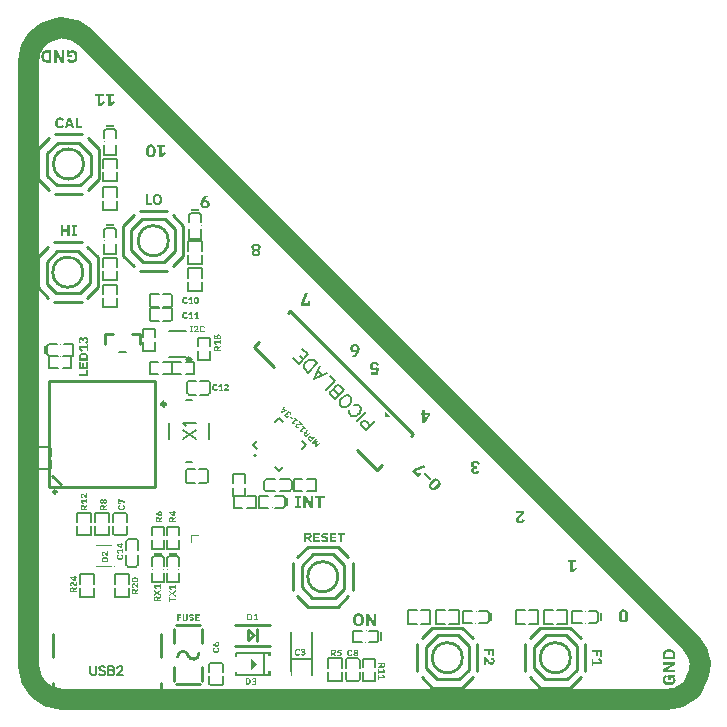
<source format=gto>
G04 Layer: TopSilkscreenLayer*
G04 EasyEDA v6.5.34, 2023-08-29 15:51:40*
G04 c19b9e491f004e949dcb7f38ecc8bf32,24d7ea87aaaa49e9b18beb810eddf566,10*
G04 Gerber Generator version 0.2*
G04 Scale: 100 percent, Rotated: No, Reflected: No *
G04 Dimensions in millimeters *
G04 leading zeros omitted , absolute positions ,4 integer and 5 decimal *
%FSLAX45Y45*%
%MOMM*%

%ADD10C,0.1524*%
%ADD11C,1.8000*%
%ADD12C,0.2540*%
%ADD13C,0.1500*%
%ADD14C,0.1200*%
%ADD15C,0.2000*%
%ADD16C,0.3000*%
%ADD17C,0.0762*%
%ADD18C,0.0196*%

%LPD*%
G36*
X-603504Y3402939D02*
G01*
X-609142Y3402634D01*
X-614172Y3401618D01*
X-618540Y3399942D01*
X-622300Y3397605D01*
X-625348Y3394913D01*
X-627735Y3391814D01*
X-629412Y3388410D01*
X-630428Y3384651D01*
X-631190Y3384651D01*
X-631190Y3401161D01*
X-650494Y3401161D01*
X-650494Y3342741D01*
X-609092Y3342741D01*
X-609092Y3361791D01*
X-628650Y3361791D01*
X-628548Y3369005D01*
X-627786Y3372408D01*
X-627126Y3373983D01*
X-625195Y3376574D01*
X-622554Y3378809D01*
X-619506Y3380587D01*
X-615950Y3381857D01*
X-612190Y3382416D01*
X-608076Y3382619D01*
X-602996Y3382264D01*
X-598474Y3381095D01*
X-594512Y3379215D01*
X-591058Y3376523D01*
X-588365Y3372916D01*
X-586486Y3368548D01*
X-585317Y3363264D01*
X-584962Y3357219D01*
X-584962Y3340455D01*
X-585317Y3334308D01*
X-586486Y3329025D01*
X-588365Y3324656D01*
X-591058Y3321151D01*
X-594512Y3318357D01*
X-598474Y3316376D01*
X-602996Y3315208D01*
X-608076Y3314801D01*
X-612394Y3315055D01*
X-616204Y3315868D01*
X-619506Y3317240D01*
X-622300Y3319119D01*
X-624687Y3321405D01*
X-626719Y3323894D01*
X-628497Y3326587D01*
X-629920Y3329533D01*
X-648462Y3318865D01*
X-645261Y3313277D01*
X-641502Y3308400D01*
X-637235Y3304235D01*
X-632460Y3300831D01*
X-621284Y3296259D01*
X-608076Y3294735D01*
X-602843Y3294938D01*
X-597916Y3295650D01*
X-593191Y3296716D01*
X-588772Y3298291D01*
X-584606Y3300272D01*
X-580694Y3302660D01*
X-577088Y3305505D01*
X-573786Y3308705D01*
X-570890Y3312363D01*
X-568299Y3316478D01*
X-566064Y3320999D01*
X-564134Y3325977D01*
X-562559Y3331260D01*
X-561441Y3336899D01*
X-560781Y3342944D01*
X-560578Y3349345D01*
X-560781Y3355746D01*
X-561390Y3361740D01*
X-562406Y3367328D01*
X-563880Y3372459D01*
X-565708Y3377336D01*
X-567842Y3381756D01*
X-570382Y3385718D01*
X-576275Y3392474D01*
X-579526Y3395268D01*
X-583031Y3397656D01*
X-586740Y3399637D01*
X-590702Y3401110D01*
X-594868Y3402126D01*
X-599084Y3402736D01*
G37*
G36*
X-758190Y3401161D02*
G01*
X-758190Y3296513D01*
X-736600Y3296513D01*
X-736600Y3366871D01*
X-736092Y3366871D01*
X-726186Y3346043D01*
X-697484Y3296513D01*
X-672592Y3296513D01*
X-672592Y3401161D01*
X-693928Y3401161D01*
X-693928Y3330803D01*
X-694436Y3330803D01*
X-704596Y3351631D01*
X-733298Y3401161D01*
G37*
G36*
X-820674Y3401161D02*
G01*
X-825753Y3400958D01*
X-830580Y3400348D01*
X-835152Y3399332D01*
X-839469Y3397859D01*
X-843635Y3396030D01*
X-847445Y3393744D01*
X-851001Y3391052D01*
X-854202Y3387953D01*
X-856945Y3384550D01*
X-859383Y3380740D01*
X-861517Y3376422D01*
X-863346Y3371697D01*
X-864768Y3366566D01*
X-865784Y3361029D01*
X-866444Y3355136D01*
X-866648Y3348837D01*
X-866239Y3340709D01*
X-842518Y3340709D01*
X-842518Y3356965D01*
X-842162Y3362756D01*
X-841044Y3367786D01*
X-839216Y3371900D01*
X-836676Y3375253D01*
X-833475Y3377692D01*
X-829716Y3379470D01*
X-825449Y3380486D01*
X-820674Y3380841D01*
X-803910Y3380841D01*
X-803910Y3316833D01*
X-820674Y3316833D01*
X-825449Y3317189D01*
X-829716Y3318256D01*
X-833475Y3319983D01*
X-836676Y3322421D01*
X-839216Y3325672D01*
X-841044Y3329787D01*
X-842162Y3334816D01*
X-842518Y3340709D01*
X-866239Y3340709D01*
X-865784Y3336645D01*
X-864768Y3331108D01*
X-863346Y3325977D01*
X-861517Y3321253D01*
X-859383Y3316986D01*
X-856945Y3313125D01*
X-854202Y3309721D01*
X-851001Y3306622D01*
X-847445Y3303930D01*
X-843635Y3301695D01*
X-839469Y3299815D01*
X-835152Y3298393D01*
X-830580Y3297326D01*
X-825753Y3296716D01*
X-820674Y3296513D01*
X-781304Y3296513D01*
X-781304Y3401161D01*
G37*
G36*
X4449064Y-1670151D02*
G01*
X4442663Y-1670354D01*
X4436770Y-1670964D01*
X4431233Y-1672031D01*
X4426204Y-1673453D01*
X4421479Y-1675282D01*
X4417110Y-1677365D01*
X4413199Y-1679854D01*
X4409694Y-1682597D01*
X4406696Y-1685798D01*
X4404106Y-1689354D01*
X4401870Y-1693164D01*
X4400042Y-1697329D01*
X4398619Y-1701647D01*
X4397552Y-1706219D01*
X4396943Y-1711045D01*
X4396740Y-1716125D01*
X4396740Y-1732889D01*
X4416806Y-1732889D01*
X4416806Y-1716125D01*
X4417161Y-1711299D01*
X4418279Y-1707032D01*
X4420108Y-1703324D01*
X4422648Y-1700123D01*
X4425899Y-1697583D01*
X4430014Y-1695754D01*
X4435043Y-1694637D01*
X4440936Y-1694281D01*
X4457192Y-1694281D01*
X4462983Y-1694637D01*
X4468012Y-1695754D01*
X4472127Y-1697583D01*
X4475480Y-1700123D01*
X4477918Y-1703324D01*
X4479696Y-1707032D01*
X4480712Y-1711299D01*
X4481068Y-1716125D01*
X4481068Y-1732889D01*
X4396740Y-1732889D01*
X4396740Y-1755495D01*
X4501388Y-1755495D01*
X4501388Y-1716125D01*
X4501184Y-1711045D01*
X4500575Y-1706219D01*
X4499559Y-1701647D01*
X4498086Y-1697329D01*
X4496257Y-1693164D01*
X4493971Y-1689354D01*
X4491278Y-1685798D01*
X4488180Y-1682597D01*
X4484776Y-1679854D01*
X4480966Y-1677416D01*
X4476648Y-1675282D01*
X4471924Y-1673453D01*
X4466793Y-1672031D01*
X4461256Y-1670964D01*
X4455363Y-1670354D01*
G37*
G36*
X4396740Y-1778609D02*
G01*
X4396740Y-1800199D01*
X4467098Y-1800199D01*
X4467098Y-1800707D01*
X4446270Y-1810613D01*
X4396740Y-1839315D01*
X4396740Y-1864207D01*
X4501388Y-1864207D01*
X4501388Y-1842617D01*
X4430776Y-1842617D01*
X4430776Y-1842363D01*
X4451858Y-1832203D01*
X4501388Y-1803501D01*
X4501388Y-1778609D01*
G37*
G36*
X4442968Y-1886305D02*
G01*
X4442968Y-1927707D01*
X4462018Y-1927707D01*
X4462018Y-1908149D01*
X4469180Y-1908251D01*
X4472482Y-1909013D01*
X4475429Y-1910537D01*
X4477969Y-1912823D01*
X4480001Y-1915718D01*
X4481372Y-1919020D01*
X4482592Y-1924608D01*
X4482846Y-1928723D01*
X4482490Y-1933803D01*
X4481322Y-1938324D01*
X4479442Y-1942287D01*
X4476750Y-1945741D01*
X4473143Y-1948434D01*
X4468774Y-1950313D01*
X4463491Y-1951482D01*
X4457446Y-1951837D01*
X4440682Y-1951837D01*
X4434535Y-1951482D01*
X4429252Y-1950313D01*
X4424883Y-1948434D01*
X4421378Y-1945741D01*
X4418584Y-1942287D01*
X4416602Y-1938324D01*
X4415434Y-1933803D01*
X4415028Y-1928723D01*
X4415282Y-1924405D01*
X4416094Y-1920595D01*
X4417466Y-1917293D01*
X4419346Y-1914499D01*
X4421632Y-1912112D01*
X4424121Y-1910080D01*
X4426813Y-1908302D01*
X4429760Y-1906879D01*
X4419092Y-1888337D01*
X4413504Y-1891538D01*
X4408627Y-1895246D01*
X4404461Y-1899513D01*
X4401058Y-1904339D01*
X4396486Y-1915515D01*
X4394962Y-1928723D01*
X4395165Y-1933956D01*
X4395876Y-1938883D01*
X4396943Y-1943607D01*
X4398518Y-1948027D01*
X4400499Y-1952193D01*
X4402886Y-1956104D01*
X4405731Y-1959711D01*
X4408932Y-1963013D01*
X4412589Y-1965909D01*
X4416704Y-1968500D01*
X4421225Y-1970735D01*
X4426204Y-1972665D01*
X4431487Y-1974088D01*
X4437126Y-1975154D01*
X4443171Y-1975764D01*
X4449572Y-1975967D01*
X4455972Y-1975764D01*
X4461967Y-1975154D01*
X4467555Y-1974088D01*
X4472686Y-1972665D01*
X4477562Y-1970836D01*
X4481982Y-1968754D01*
X4485944Y-1966264D01*
X4489450Y-1963521D01*
X4492650Y-1960473D01*
X4495444Y-1957222D01*
X4497730Y-1953768D01*
X4499610Y-1950059D01*
X4501184Y-1946046D01*
X4502302Y-1941931D01*
X4502962Y-1937664D01*
X4503166Y-1933295D01*
X4502861Y-1927656D01*
X4501845Y-1922627D01*
X4500168Y-1918258D01*
X4497832Y-1914499D01*
X4495088Y-1911400D01*
X4491990Y-1909064D01*
X4488484Y-1907336D01*
X4484624Y-1906371D01*
X4484624Y-1905609D01*
X4501388Y-1905609D01*
X4501388Y-1886305D01*
G37*
G36*
X-322783Y3032912D02*
G01*
X-322783Y3014878D01*
X-300482Y3014878D01*
X-300482Y2928264D01*
X-265938Y2928264D01*
X-241046Y2961284D01*
X-255219Y2972460D01*
X-276606Y2944520D01*
X-278130Y2944520D01*
X-278130Y3014878D01*
X-249885Y3014878D01*
X-249885Y3032912D01*
G37*
G36*
X-412699Y3032912D02*
G01*
X-412699Y3014878D01*
X-390398Y3014878D01*
X-390398Y2928264D01*
X-356057Y2928264D01*
X-330911Y2961284D01*
X-345440Y2972460D01*
X-366725Y2944520D01*
X-368046Y2944520D01*
X-368046Y3014878D01*
X-339801Y3014878D01*
X-339801Y3032912D01*
G37*
G36*
X60960Y2602890D02*
G01*
X43281Y2599334D01*
X30733Y2588666D01*
X26416Y2580843D01*
X23317Y2571597D01*
X21488Y2560878D01*
X20828Y2548788D01*
X21369Y2538882D01*
X45212Y2538882D01*
X45212Y2558694D01*
X45466Y2564333D01*
X46075Y2569311D01*
X47091Y2573578D01*
X48564Y2577236D01*
X50647Y2580132D01*
X53441Y2582214D01*
X56896Y2583434D01*
X60960Y2583840D01*
X65227Y2583434D01*
X68732Y2582214D01*
X71577Y2580132D01*
X73660Y2577236D01*
X75133Y2573578D01*
X76149Y2569311D01*
X76758Y2564333D01*
X76962Y2558694D01*
X76962Y2538882D01*
X76758Y2533243D01*
X76149Y2528265D01*
X75133Y2523998D01*
X73660Y2520340D01*
X71577Y2517444D01*
X68732Y2515362D01*
X65227Y2514142D01*
X60960Y2513736D01*
X56896Y2514142D01*
X53441Y2515362D01*
X50647Y2517444D01*
X48564Y2520340D01*
X47091Y2523998D01*
X46075Y2528265D01*
X45466Y2533243D01*
X45212Y2538882D01*
X21369Y2538882D01*
X21488Y2536698D01*
X23317Y2525979D01*
X26416Y2516733D01*
X30733Y2508910D01*
X43281Y2498242D01*
X60960Y2494686D01*
X78892Y2498242D01*
X91490Y2508910D01*
X95808Y2516733D01*
X98907Y2525979D01*
X100736Y2536698D01*
X101346Y2548788D01*
X100736Y2560878D01*
X98907Y2571597D01*
X95808Y2580843D01*
X91490Y2588666D01*
X78892Y2599334D01*
G37*
G36*
X109016Y2601112D02*
G01*
X109016Y2583078D01*
X131318Y2583078D01*
X131318Y2496464D01*
X165862Y2496464D01*
X190754Y2529484D01*
X176580Y2540660D01*
X155194Y2512720D01*
X153670Y2512720D01*
X153670Y2583078D01*
X181914Y2583078D01*
X181914Y2601112D01*
G37*
G36*
X518159Y2169312D02*
G01*
X511505Y2164232D01*
X504748Y2158136D01*
X501497Y2154732D01*
X495554Y2147366D01*
X492759Y2143404D01*
X490220Y2139137D01*
X487934Y2134666D01*
X485901Y2129993D01*
X482600Y2120188D01*
X481482Y2115108D01*
X480822Y2109774D01*
X480568Y2104288D01*
X480771Y2099716D01*
X481184Y2096160D01*
X504240Y2096160D01*
X504443Y2102561D01*
X505256Y2105660D01*
X506476Y2108403D01*
X508254Y2110638D01*
X510641Y2112518D01*
X513334Y2113889D01*
X516483Y2114702D01*
X519988Y2114956D01*
X523544Y2114702D01*
X526694Y2113889D01*
X529386Y2112518D01*
X531672Y2110638D01*
X533552Y2108403D01*
X534873Y2105710D01*
X535686Y2102561D01*
X535990Y2098954D01*
X535990Y2096160D01*
X535686Y2092553D01*
X534873Y2089404D01*
X533552Y2086711D01*
X531672Y2084476D01*
X529386Y2082698D01*
X526694Y2081428D01*
X523544Y2080666D01*
X519988Y2080412D01*
X516483Y2080666D01*
X513334Y2081428D01*
X510641Y2082698D01*
X508254Y2084476D01*
X506526Y2086711D01*
X505256Y2089404D01*
X504443Y2092553D01*
X504240Y2096160D01*
X481184Y2096160D01*
X482142Y2091182D01*
X483362Y2087270D01*
X484835Y2083562D01*
X486562Y2080158D01*
X488645Y2076957D01*
X491032Y2074062D01*
X493674Y2071522D01*
X496671Y2069287D01*
X499922Y2067356D01*
X503428Y2065680D01*
X507238Y2064461D01*
X511251Y2063597D01*
X515518Y2063038D01*
X519988Y2062886D01*
X524408Y2063038D01*
X528624Y2063496D01*
X532536Y2064308D01*
X536194Y2065426D01*
X539648Y2066950D01*
X542899Y2068728D01*
X545896Y2070760D01*
X548690Y2073046D01*
X551078Y2075586D01*
X553161Y2078380D01*
X554990Y2081428D01*
X556564Y2084730D01*
X557784Y2088134D01*
X558647Y2091740D01*
X559155Y2095500D01*
X559358Y2099462D01*
X559206Y2103170D01*
X558749Y2106676D01*
X558038Y2110028D01*
X557072Y2113178D01*
X555752Y2116023D01*
X554228Y2118664D01*
X552450Y2121103D01*
X548335Y2125268D01*
X543509Y2128418D01*
X537921Y2130806D01*
X534974Y2131568D01*
X531825Y2132076D01*
X526237Y2132126D01*
X521919Y2131364D01*
X518109Y2129993D01*
X514807Y2128215D01*
X512114Y2126081D01*
X509828Y2123694D01*
X507898Y2120798D01*
X505459Y2116480D01*
X504240Y2116734D01*
X505206Y2120442D01*
X506425Y2124049D01*
X509574Y2130704D01*
X511454Y2134006D01*
X516026Y2140458D01*
X518668Y2143658D01*
X524764Y2149957D01*
X531876Y2156104D01*
X549198Y2169312D01*
G37*
G36*
X951230Y1764690D02*
G01*
X946708Y1764538D01*
X942441Y1764131D01*
X938428Y1763420D01*
X934719Y1762404D01*
X931214Y1761134D01*
X927963Y1759661D01*
X924966Y1757984D01*
X922324Y1756054D01*
X920038Y1753920D01*
X918057Y1751584D01*
X916330Y1749094D01*
X913688Y1743557D01*
X912825Y1740560D01*
X912317Y1737461D01*
X912164Y1734210D01*
X912361Y1731162D01*
X935736Y1731162D01*
X935736Y1734210D01*
X936040Y1737106D01*
X936752Y1739646D01*
X938072Y1741932D01*
X939800Y1743862D01*
X941984Y1745437D01*
X944575Y1746504D01*
X947674Y1747215D01*
X951230Y1747418D01*
X954735Y1747215D01*
X957783Y1746504D01*
X960424Y1745437D01*
X962710Y1743862D01*
X964488Y1741932D01*
X965758Y1739646D01*
X966469Y1737106D01*
X966774Y1734210D01*
X966774Y1731162D01*
X966469Y1728165D01*
X965758Y1725523D01*
X964488Y1723186D01*
X962710Y1721256D01*
X960424Y1719681D01*
X957783Y1718614D01*
X954735Y1717903D01*
X951230Y1717700D01*
X947674Y1717903D01*
X944575Y1718564D01*
X941984Y1719681D01*
X939800Y1721256D01*
X938072Y1723186D01*
X936752Y1725523D01*
X936040Y1728165D01*
X935736Y1731162D01*
X912361Y1731162D01*
X912469Y1729486D01*
X913536Y1725218D01*
X915263Y1721357D01*
X917702Y1717954D01*
X920750Y1714906D01*
X924255Y1712366D01*
X928268Y1710334D01*
X932738Y1708810D01*
X932738Y1707794D01*
X929081Y1706118D01*
X925779Y1704035D01*
X922832Y1701647D01*
X920292Y1698904D01*
X918159Y1695754D01*
X916635Y1692249D01*
X915720Y1688287D01*
X915599Y1686204D01*
X936498Y1686204D01*
X936752Y1691487D01*
X937463Y1693925D01*
X938682Y1696059D01*
X940358Y1697888D01*
X942340Y1699310D01*
X944829Y1700377D01*
X947826Y1700987D01*
X951230Y1701190D01*
X954582Y1700987D01*
X957529Y1700377D01*
X960069Y1699310D01*
X962152Y1697888D01*
X963828Y1696059D01*
X965047Y1693976D01*
X965758Y1691487D01*
X966012Y1686204D01*
X965758Y1683461D01*
X965047Y1680972D01*
X963828Y1678889D01*
X962152Y1677060D01*
X960069Y1675638D01*
X957529Y1674571D01*
X954582Y1673961D01*
X951230Y1673758D01*
X947826Y1673961D01*
X944829Y1674571D01*
X942340Y1675638D01*
X940358Y1677060D01*
X938682Y1678889D01*
X937463Y1680972D01*
X936752Y1683461D01*
X936498Y1686204D01*
X915599Y1686204D01*
X915568Y1681022D01*
X916025Y1678279D01*
X916736Y1675587D01*
X917702Y1672996D01*
X919022Y1670557D01*
X920597Y1668221D01*
X922426Y1666087D01*
X924560Y1664106D01*
X926998Y1662430D01*
X932586Y1659636D01*
X935736Y1658518D01*
X939292Y1657604D01*
X943051Y1656994D01*
X951230Y1656486D01*
X959358Y1656994D01*
X963066Y1657604D01*
X969771Y1659636D01*
X972769Y1660906D01*
X975512Y1662430D01*
X977900Y1664106D01*
X980084Y1666087D01*
X981913Y1668221D01*
X983487Y1670557D01*
X984808Y1672996D01*
X985774Y1675587D01*
X986485Y1678279D01*
X986942Y1681022D01*
X987094Y1683918D01*
X986790Y1688287D01*
X985875Y1692249D01*
X984351Y1695754D01*
X982218Y1698904D01*
X979627Y1701647D01*
X976680Y1704035D01*
X973277Y1706118D01*
X969518Y1707794D01*
X969518Y1708810D01*
X974090Y1710334D01*
X978153Y1712366D01*
X981760Y1714906D01*
X984808Y1717954D01*
X987094Y1721357D01*
X988771Y1725168D01*
X989787Y1729486D01*
X990142Y1734210D01*
X989939Y1737461D01*
X989482Y1740560D01*
X988669Y1743557D01*
X987552Y1746402D01*
X986129Y1749094D01*
X984402Y1751634D01*
X982319Y1753920D01*
X977392Y1757984D01*
X974496Y1759661D01*
X971296Y1761134D01*
X967790Y1762404D01*
X963980Y1763420D01*
X959967Y1764131D01*
X955700Y1764538D01*
G37*
G36*
X1366774Y1343812D02*
G01*
X1332992Y1258722D01*
X1332992Y1239164D01*
X1407160Y1239164D01*
X1407160Y1276502D01*
X1388110Y1276502D01*
X1388110Y1257452D01*
X1355344Y1257452D01*
X1390396Y1343812D01*
G37*
G36*
X1788668Y913790D02*
G01*
X1784350Y913637D01*
X1780235Y913079D01*
X1776374Y912215D01*
X1772666Y910996D01*
X1769160Y909574D01*
X1765909Y907897D01*
X1762912Y905916D01*
X1760220Y903630D01*
X1757832Y900988D01*
X1755749Y898144D01*
X1753920Y895146D01*
X1752396Y891946D01*
X1751126Y888441D01*
X1750263Y884783D01*
X1749755Y880922D01*
X1749591Y877722D01*
X1772920Y877722D01*
X1773224Y883869D01*
X1773936Y887069D01*
X1775256Y889812D01*
X1776984Y892200D01*
X1779371Y893978D01*
X1782114Y895248D01*
X1785213Y896010D01*
X1788668Y896264D01*
X1792274Y896010D01*
X1795475Y895248D01*
X1798269Y893978D01*
X1800656Y892200D01*
X1802384Y889812D01*
X1803654Y887069D01*
X1804416Y883869D01*
X1804670Y877722D01*
X1804416Y874115D01*
X1803654Y870915D01*
X1802384Y868171D01*
X1800656Y865784D01*
X1798269Y864006D01*
X1795475Y862736D01*
X1792274Y861974D01*
X1788668Y861720D01*
X1785213Y861974D01*
X1782064Y862736D01*
X1779371Y864006D01*
X1776984Y865784D01*
X1775256Y868171D01*
X1773936Y870915D01*
X1773224Y874115D01*
X1772920Y877722D01*
X1749591Y877722D01*
X1749704Y873353D01*
X1750161Y870000D01*
X1750872Y866749D01*
X1753107Y860806D01*
X1754581Y858113D01*
X1756308Y855624D01*
X1758238Y853338D01*
X1762861Y849680D01*
X1765401Y848106D01*
X1768144Y846734D01*
X1770938Y845718D01*
X1773885Y845007D01*
X1776933Y844600D01*
X1782521Y844550D01*
X1784756Y844803D01*
X1788668Y845972D01*
X1792274Y847445D01*
X1795322Y849274D01*
X1797812Y851662D01*
X1799894Y854354D01*
X1801723Y857199D01*
X1803196Y860196D01*
X1804416Y859688D01*
X1803654Y856030D01*
X1802536Y852525D01*
X1801114Y849071D01*
X1797456Y842518D01*
X1792732Y836168D01*
X1787042Y829818D01*
X1780438Y823468D01*
X1772818Y817219D01*
X1759508Y807364D01*
X1790700Y807364D01*
X1797304Y812241D01*
X1803958Y818286D01*
X1807260Y821690D01*
X1810410Y825347D01*
X1813356Y829208D01*
X1816100Y833272D01*
X1818639Y837539D01*
X1820925Y842010D01*
X1823008Y846683D01*
X1824736Y851560D01*
X1826209Y856487D01*
X1827225Y861517D01*
X1827834Y866749D01*
X1828088Y872134D01*
X1827885Y876808D01*
X1827428Y881278D01*
X1826615Y885494D01*
X1825498Y889406D01*
X1824075Y893064D01*
X1822348Y896467D01*
X1820265Y899566D01*
X1817928Y902360D01*
X1815236Y905002D01*
X1812239Y907287D01*
X1808988Y909319D01*
X1805432Y910996D01*
X1801672Y912215D01*
X1797608Y913079D01*
X1793239Y913637D01*
G37*
G36*
X1955342Y761390D02*
G01*
X1950618Y761238D01*
X1946148Y760679D01*
X1941982Y759815D01*
X1938020Y758596D01*
X1934514Y757072D01*
X1931263Y755294D01*
X1928266Y753262D01*
X1925624Y750976D01*
X1923084Y748334D01*
X1920951Y745439D01*
X1919173Y742340D01*
X1917700Y739038D01*
X1916633Y735533D01*
X1915820Y731926D01*
X1915363Y728167D01*
X1915210Y724306D01*
X1915363Y720496D01*
X1915820Y716889D01*
X1916633Y713486D01*
X1917700Y710336D01*
X1919122Y707288D01*
X1920697Y704545D01*
X1922525Y702106D01*
X1926843Y697890D01*
X1929282Y696112D01*
X1931924Y694588D01*
X1934718Y693318D01*
X1937715Y692302D01*
X1940763Y691591D01*
X1943912Y691184D01*
X1949653Y691134D01*
X1953971Y691743D01*
X1957527Y692962D01*
X1960575Y694639D01*
X1963166Y696772D01*
X1965452Y699465D01*
X1967382Y702513D01*
X1969770Y707796D01*
X1971090Y707796D01*
X1968754Y674522D01*
X1921306Y674522D01*
X1921306Y654964D01*
X1985264Y654964D01*
X1989124Y714146D01*
X1970786Y716686D01*
X1968144Y714349D01*
X1964740Y711860D01*
X1962556Y710742D01*
X1960118Y709980D01*
X1957476Y709472D01*
X1954530Y709320D01*
X1951075Y709574D01*
X1947925Y710387D01*
X1945233Y711758D01*
X1942896Y713638D01*
X1941118Y715873D01*
X1939798Y718515D01*
X1939036Y721614D01*
X1938782Y726084D01*
X1939036Y729742D01*
X1939798Y732993D01*
X1941068Y735939D01*
X1942896Y738530D01*
X1945182Y740511D01*
X1947976Y741934D01*
X1951278Y742797D01*
X1955088Y743102D01*
X1958898Y742848D01*
X1962353Y742035D01*
X1965401Y740664D01*
X1968042Y738784D01*
X1972462Y734009D01*
X1974392Y731316D01*
X1976120Y728370D01*
X1992630Y741324D01*
X1989937Y745236D01*
X1986838Y748944D01*
X1983232Y752297D01*
X1979168Y755294D01*
X1974291Y757834D01*
X1968754Y759866D01*
X1962505Y761034D01*
G37*
G36*
X2359456Y353212D02*
G01*
X2359456Y333146D01*
X2346198Y333146D01*
X2346198Y315620D01*
X2408682Y315620D01*
X2382266Y271678D01*
X2380792Y271678D01*
X2380792Y315620D01*
X2359456Y315620D01*
X2359456Y248564D01*
X2386126Y248564D01*
X2426716Y313842D01*
X2426716Y333146D01*
X2380792Y333146D01*
X2380792Y353212D01*
G37*
G36*
X2809290Y-76809D02*
G01*
X2804922Y-76911D01*
X2796794Y-77927D01*
X2792984Y-78841D01*
X2789478Y-80111D01*
X2786227Y-81584D01*
X2783230Y-83261D01*
X2778048Y-87325D01*
X2775864Y-89611D01*
X2773984Y-92151D01*
X2772460Y-94843D01*
X2771190Y-97840D01*
X2770327Y-100990D01*
X2769819Y-104343D01*
X2769616Y-107797D01*
X2770022Y-112877D01*
X2770479Y-115214D01*
X2772105Y-119532D01*
X2774391Y-123189D01*
X2777286Y-126288D01*
X2780741Y-128828D01*
X2784652Y-130860D01*
X2788970Y-132384D01*
X2791256Y-132943D01*
X2791256Y-133705D01*
X2787294Y-134772D01*
X2783586Y-136499D01*
X2780233Y-138582D01*
X2777236Y-141325D01*
X2774797Y-144627D01*
X2772918Y-148437D01*
X2771800Y-152704D01*
X2771495Y-154940D01*
X2771597Y-160426D01*
X2772054Y-163372D01*
X2772867Y-166116D01*
X2773934Y-168757D01*
X2775407Y-171196D01*
X2777134Y-173431D01*
X2779217Y-175514D01*
X2784094Y-179171D01*
X2789936Y-182118D01*
X2793288Y-183235D01*
X2800502Y-184556D01*
X2804414Y-184912D01*
X2811729Y-184912D01*
X2817672Y-184302D01*
X2823159Y-183032D01*
X2828086Y-181254D01*
X2832455Y-178968D01*
X2836418Y-176174D01*
X2839872Y-173024D01*
X2844596Y-167487D01*
X2830372Y-154279D01*
X2828340Y-157175D01*
X2826105Y-159664D01*
X2823616Y-161848D01*
X2820974Y-163677D01*
X2818130Y-164998D01*
X2815234Y-165963D01*
X2812288Y-166522D01*
X2809290Y-166725D01*
X2806039Y-166522D01*
X2803245Y-165912D01*
X2800858Y-164846D01*
X2798876Y-163423D01*
X2797200Y-161493D01*
X2795981Y-159359D01*
X2795270Y-156972D01*
X2795016Y-153263D01*
X2795270Y-150926D01*
X2795981Y-148793D01*
X2797200Y-146862D01*
X2798876Y-145135D01*
X2801061Y-143713D01*
X2803804Y-142646D01*
X2807157Y-142036D01*
X2811018Y-141833D01*
X2820974Y-141833D01*
X2820974Y-123037D01*
X2811322Y-123037D01*
X2807309Y-122834D01*
X2803804Y-122275D01*
X2800705Y-121310D01*
X2798064Y-119989D01*
X2795879Y-118160D01*
X2794254Y-115925D01*
X2793339Y-113334D01*
X2792984Y-109321D01*
X2793288Y-106172D01*
X2794101Y-103428D01*
X2795422Y-100990D01*
X2797302Y-98907D01*
X2799689Y-97231D01*
X2802483Y-96062D01*
X2805684Y-95351D01*
X2809290Y-95097D01*
X2813354Y-95351D01*
X2817012Y-96113D01*
X2820212Y-97383D01*
X2823006Y-99161D01*
X2825292Y-101346D01*
X2827477Y-103835D01*
X2829509Y-106680D01*
X2831388Y-109829D01*
X2848102Y-96875D01*
X2845206Y-92964D01*
X2842056Y-89255D01*
X2838399Y-85902D01*
X2834132Y-82905D01*
X2829204Y-80365D01*
X2823464Y-78333D01*
X2816758Y-77165D01*
G37*
G36*
X3148888Y-497687D02*
G01*
X3148888Y-516483D01*
X3198114Y-516483D01*
X3170732Y-538480D01*
X3165703Y-542899D01*
X3161284Y-547624D01*
X3157474Y-552450D01*
X3154426Y-557682D01*
X3152190Y-563270D01*
X3151479Y-566267D01*
X3151022Y-569366D01*
X3150870Y-572617D01*
X3151022Y-575970D01*
X3151479Y-579221D01*
X3152190Y-582320D01*
X3153206Y-585317D01*
X3154578Y-588010D01*
X3156254Y-590600D01*
X3158134Y-592988D01*
X3160268Y-595223D01*
X3162706Y-597154D01*
X3165398Y-598932D01*
X3168294Y-600456D01*
X3171494Y-601827D01*
X3174898Y-602843D01*
X3178505Y-603554D01*
X3182366Y-603961D01*
X3186430Y-604113D01*
X3194202Y-603605D01*
X3197809Y-602996D01*
X3201212Y-602081D01*
X3204260Y-600964D01*
X3207156Y-599592D01*
X3212388Y-596239D01*
X3216605Y-592378D01*
X3220262Y-587857D01*
X3222955Y-582726D01*
X3225088Y-577443D01*
X3205480Y-570077D01*
X3204616Y-572871D01*
X3203448Y-575665D01*
X3201822Y-578104D01*
X3199942Y-580237D01*
X3197707Y-582066D01*
X3195066Y-583539D01*
X3192119Y-584504D01*
X3188716Y-584809D01*
X3186226Y-584606D01*
X3183636Y-584047D01*
X3181248Y-583082D01*
X3179064Y-581761D01*
X3177438Y-580034D01*
X3176016Y-577951D01*
X3175101Y-575462D01*
X3174796Y-572617D01*
X3174847Y-568960D01*
X3175355Y-565912D01*
X3176219Y-563067D01*
X3178302Y-558647D01*
X3183178Y-552551D01*
X3186531Y-549351D01*
X3222752Y-518261D01*
X3222752Y-497687D01*
G37*
G36*
X3589782Y-913485D02*
G01*
X3589782Y-931519D01*
X3612134Y-931519D01*
X3612134Y-1018133D01*
X3646728Y-1018133D01*
X3671570Y-985113D01*
X3657396Y-973937D01*
X3636060Y-1001623D01*
X3634486Y-1001623D01*
X3634486Y-931519D01*
X3662679Y-931519D01*
X3662679Y-913485D01*
G37*
G36*
X4062729Y-1334109D02*
G01*
X4044848Y-1337665D01*
X4032250Y-1348333D01*
X4027932Y-1356156D01*
X4024833Y-1365402D01*
X4023004Y-1376121D01*
X4022394Y-1388211D01*
X4022894Y-1398117D01*
X4046778Y-1398117D01*
X4046778Y-1378305D01*
X4046982Y-1372666D01*
X4047642Y-1367688D01*
X4048760Y-1363421D01*
X4050284Y-1359763D01*
X4052315Y-1356868D01*
X4055059Y-1354785D01*
X4058564Y-1353566D01*
X4062729Y-1353159D01*
X4066844Y-1353566D01*
X4070299Y-1354785D01*
X4073093Y-1356868D01*
X4075226Y-1359763D01*
X4076649Y-1363421D01*
X4077665Y-1367688D01*
X4078274Y-1372666D01*
X4078528Y-1378305D01*
X4078528Y-1398117D01*
X4078274Y-1403756D01*
X4077665Y-1408734D01*
X4076649Y-1413002D01*
X4075226Y-1416659D01*
X4073093Y-1419555D01*
X4070299Y-1421638D01*
X4066844Y-1422857D01*
X4062729Y-1423263D01*
X4058564Y-1422857D01*
X4055059Y-1421638D01*
X4052315Y-1419555D01*
X4050284Y-1416659D01*
X4048760Y-1413002D01*
X4047642Y-1408734D01*
X4046982Y-1403756D01*
X4046778Y-1398117D01*
X4022894Y-1398117D01*
X4023004Y-1400302D01*
X4024833Y-1411020D01*
X4027932Y-1420266D01*
X4032250Y-1428089D01*
X4044848Y-1438757D01*
X4062729Y-1442313D01*
X4080662Y-1438757D01*
X4093260Y-1428089D01*
X4097578Y-1420266D01*
X4100677Y-1411020D01*
X4102506Y-1400302D01*
X4103115Y-1388211D01*
X4102506Y-1376121D01*
X4100677Y-1365402D01*
X4097578Y-1356156D01*
X4093260Y-1348333D01*
X4080662Y-1337665D01*
G37*
G36*
X2372614Y-108813D02*
G01*
X2288286Y-145135D01*
X2274570Y-158851D01*
X2326894Y-211175D01*
X2353310Y-184759D01*
X2339848Y-171297D01*
X2326386Y-184759D01*
X2303272Y-161645D01*
X2389378Y-125577D01*
G37*
G36*
X2384806Y-172821D02*
G01*
X2372106Y-185521D01*
X2426716Y-240131D01*
X2439670Y-227431D01*
G37*
G36*
X2470658Y-224637D02*
G01*
X2462123Y-227075D01*
X2453386Y-231444D01*
X2444597Y-237642D01*
X2435606Y-245719D01*
X2427427Y-254762D01*
X2421128Y-263702D01*
X2416759Y-272440D01*
X2414270Y-281025D01*
X2414945Y-289102D01*
X2434488Y-289102D01*
X2435098Y-285597D01*
X2436622Y-281940D01*
X2438908Y-278180D01*
X2441956Y-274218D01*
X2445766Y-270103D01*
X2459736Y-256133D01*
X2463952Y-252221D01*
X2468016Y-249072D01*
X2471826Y-246735D01*
X2475484Y-245211D01*
X2478989Y-244703D01*
X2482443Y-245262D01*
X2485745Y-246888D01*
X2488946Y-249529D01*
X2491587Y-252729D01*
X2493162Y-256082D01*
X2493619Y-259486D01*
X2493010Y-262991D01*
X2491486Y-266649D01*
X2489200Y-270408D01*
X2486152Y-274370D01*
X2482342Y-278485D01*
X2468372Y-292455D01*
X2464155Y-296367D01*
X2460142Y-299466D01*
X2456281Y-301701D01*
X2452624Y-303123D01*
X2449118Y-303733D01*
X2445715Y-303276D01*
X2442413Y-301701D01*
X2439162Y-299059D01*
X2436520Y-295859D01*
X2434996Y-292506D01*
X2434488Y-289102D01*
X2414945Y-289102D01*
X2415641Y-297434D01*
X2425700Y-312521D01*
X2440889Y-322630D01*
X2457450Y-323951D01*
X2466035Y-321513D01*
X2474722Y-317144D01*
X2483561Y-310946D01*
X2492502Y-302869D01*
X2500731Y-293827D01*
X2506980Y-284886D01*
X2511399Y-276148D01*
X2513838Y-267563D01*
X2512517Y-251206D01*
X2502408Y-236067D01*
X2487269Y-225958D01*
G37*
G36*
X-709218Y2832912D02*
G01*
X-713790Y2832709D01*
X-718108Y2832100D01*
X-722172Y2831033D01*
X-725982Y2829610D01*
X-729538Y2827883D01*
X-732840Y2825800D01*
X-735888Y2823311D01*
X-738682Y2820466D01*
X-741070Y2817266D01*
X-743204Y2813659D01*
X-744982Y2809748D01*
X-746556Y2805480D01*
X-747877Y2800858D01*
X-748842Y2795981D01*
X-749401Y2790698D01*
X-749604Y2785160D01*
X-749401Y2779623D01*
X-748842Y2774442D01*
X-747877Y2769565D01*
X-746556Y2765094D01*
X-744982Y2760929D01*
X-743204Y2757170D01*
X-741070Y2753715D01*
X-738682Y2750616D01*
X-735888Y2747873D01*
X-732840Y2745536D01*
X-729538Y2743555D01*
X-725982Y2741980D01*
X-722172Y2740660D01*
X-718108Y2739694D01*
X-713790Y2739136D01*
X-709218Y2738932D01*
X-703224Y2739288D01*
X-697788Y2740355D01*
X-692810Y2742082D01*
X-688390Y2744520D01*
X-684530Y2747721D01*
X-681024Y2751429D01*
X-677926Y2755696D01*
X-675182Y2760522D01*
X-691184Y2769920D01*
X-692454Y2767228D01*
X-693978Y2764790D01*
X-695756Y2762554D01*
X-697788Y2760522D01*
X-700125Y2758744D01*
X-702818Y2757474D01*
X-705815Y2756712D01*
X-709218Y2756458D01*
X-713435Y2756814D01*
X-717143Y2757881D01*
X-720394Y2759608D01*
X-723188Y2762046D01*
X-725525Y2765247D01*
X-727202Y2769108D01*
X-728167Y2773527D01*
X-728522Y2778556D01*
X-728522Y2793034D01*
X-728167Y2798165D01*
X-727202Y2802636D01*
X-725525Y2806395D01*
X-723188Y2809544D01*
X-720394Y2811983D01*
X-717143Y2813761D01*
X-713435Y2814777D01*
X-709218Y2815132D01*
X-705764Y2814929D01*
X-702716Y2814320D01*
X-700176Y2813253D01*
X-698042Y2811830D01*
X-696264Y2809951D01*
X-694740Y2807766D01*
X-693470Y2805379D01*
X-692454Y2802686D01*
X-675436Y2811576D01*
X-678078Y2816656D01*
X-681126Y2821025D01*
X-684682Y2824683D01*
X-688644Y2827578D01*
X-692962Y2829915D01*
X-697839Y2831592D01*
X-703275Y2832557D01*
G37*
G36*
X-639876Y2831134D02*
G01*
X-657171Y2778810D01*
X-638606Y2778810D01*
X-628700Y2813354D01*
X-627938Y2813354D01*
X-617778Y2778810D01*
X-657171Y2778810D01*
X-669848Y2740456D01*
X-649782Y2740456D01*
X-643178Y2762046D01*
X-612952Y2762046D01*
X-606602Y2740456D01*
X-586028Y2740456D01*
X-615492Y2831134D01*
G37*
G36*
X-573328Y2831134D02*
G01*
X-573328Y2740456D01*
X-518972Y2740456D01*
X-518972Y2757982D01*
X-553516Y2757982D01*
X-553516Y2831134D01*
G37*
G36*
X-701243Y1919630D02*
G01*
X-701243Y1828698D01*
X-681482Y1828698D01*
X-681482Y1866036D01*
X-646938Y1866036D01*
X-646938Y1828698D01*
X-627075Y1828698D01*
X-627075Y1919630D01*
X-646938Y1919630D01*
X-646938Y1883308D01*
X-681482Y1883308D01*
X-681482Y1919630D01*
G37*
G36*
X-610616Y1919630D02*
G01*
X-610616Y1903882D01*
X-598932Y1903882D01*
X-598932Y1844446D01*
X-610616Y1844446D01*
X-610616Y1828698D01*
X-567385Y1828698D01*
X-567385Y1844446D01*
X-579069Y1844446D01*
X-579069Y1903882D01*
X-567385Y1903882D01*
X-567385Y1919630D01*
G37*
G36*
X116535Y2183790D02*
G01*
X112064Y2183638D01*
X107848Y2183079D01*
X103835Y2182215D01*
X100025Y2180996D01*
X96469Y2179320D01*
X93167Y2177237D01*
X90119Y2174849D01*
X87325Y2172106D01*
X84937Y2168906D01*
X82804Y2165400D01*
X80975Y2161540D01*
X79451Y2157374D01*
X78130Y2152802D01*
X77165Y2147874D01*
X76606Y2142642D01*
X76403Y2137054D01*
X76735Y2130196D01*
X97485Y2130196D01*
X97485Y2143658D01*
X97790Y2148789D01*
X98704Y2153310D01*
X100177Y2157171D01*
X102311Y2160422D01*
X105105Y2162962D01*
X108407Y2164791D01*
X112217Y2165908D01*
X116535Y2166264D01*
X120751Y2165908D01*
X124460Y2164791D01*
X127711Y2162962D01*
X130505Y2160422D01*
X132638Y2157171D01*
X134112Y2153310D01*
X135026Y2148789D01*
X135331Y2143658D01*
X135331Y2130196D01*
X135026Y2125065D01*
X134112Y2120544D01*
X132638Y2116683D01*
X130505Y2113432D01*
X127711Y2110892D01*
X124460Y2109063D01*
X120751Y2107946D01*
X116535Y2107590D01*
X112217Y2107946D01*
X108407Y2109063D01*
X105105Y2110892D01*
X102311Y2113432D01*
X100177Y2116683D01*
X98704Y2120544D01*
X97790Y2125065D01*
X97485Y2130196D01*
X76735Y2130196D01*
X77165Y2126132D01*
X78130Y2121255D01*
X79451Y2116734D01*
X80975Y2112467D01*
X82804Y2108606D01*
X84937Y2105101D01*
X87325Y2102002D01*
X90119Y2099157D01*
X93167Y2096719D01*
X96469Y2094738D01*
X100025Y2093112D01*
X103835Y2091791D01*
X107848Y2090826D01*
X112064Y2090267D01*
X116535Y2090064D01*
X120904Y2090267D01*
X125069Y2090826D01*
X129032Y2091791D01*
X132791Y2093112D01*
X136347Y2094738D01*
X139649Y2096719D01*
X142697Y2099157D01*
X145491Y2102002D01*
X147878Y2105101D01*
X150012Y2108606D01*
X151841Y2112467D01*
X153365Y2116734D01*
X154686Y2121255D01*
X155651Y2126132D01*
X156210Y2131415D01*
X156413Y2137054D01*
X156210Y2142642D01*
X155651Y2147874D01*
X154686Y2152802D01*
X153365Y2157374D01*
X151841Y2161540D01*
X150012Y2165400D01*
X147878Y2168906D01*
X145491Y2172106D01*
X142697Y2174849D01*
X139649Y2177237D01*
X136347Y2179320D01*
X132791Y2180996D01*
X129032Y2182215D01*
X125018Y2183079D01*
X120904Y2183638D01*
G37*
G36*
X16205Y2182266D02*
G01*
X16205Y2091588D01*
X70561Y2091588D01*
X70561Y2109114D01*
X36017Y2109114D01*
X36017Y2182266D01*
G37*
G36*
X-491998Y974852D02*
G01*
X-495858Y974547D01*
X-499364Y973582D01*
X-502462Y972058D01*
X-505206Y970026D01*
X-507288Y967536D01*
X-509016Y964692D01*
X-510336Y961694D01*
X-511301Y958342D01*
X-512064Y958342D01*
X-512775Y961339D01*
X-513842Y964184D01*
X-515569Y966673D01*
X-517651Y969010D01*
X-520141Y970838D01*
X-522985Y972312D01*
X-526237Y973074D01*
X-529844Y973328D01*
X-532180Y973226D01*
X-536498Y972312D01*
X-538480Y971550D01*
X-540410Y970432D01*
X-542239Y969060D01*
X-545338Y965708D01*
X-547827Y961593D01*
X-549656Y956818D01*
X-550621Y951331D01*
X-550926Y945134D01*
X-550722Y940308D01*
X-550164Y935990D01*
X-548944Y932129D01*
X-547370Y928624D01*
X-545388Y925423D01*
X-543052Y922528D01*
X-540562Y920038D01*
X-537718Y917702D01*
X-527558Y928369D01*
X-529742Y929944D01*
X-531622Y931722D01*
X-534670Y935736D01*
X-535787Y937818D01*
X-536600Y940003D01*
X-537057Y942238D01*
X-537210Y944626D01*
X-537057Y947013D01*
X-536498Y949147D01*
X-535635Y950976D01*
X-534416Y952500D01*
X-533044Y953719D01*
X-531418Y954582D01*
X-529590Y955090D01*
X-526796Y955294D01*
X-524967Y955090D01*
X-523392Y954582D01*
X-521919Y953719D01*
X-520700Y952500D01*
X-519582Y950772D01*
X-518820Y948639D01*
X-518312Y946048D01*
X-518159Y935736D01*
X-503935Y935736D01*
X-503783Y945946D01*
X-503326Y948740D01*
X-502513Y951179D01*
X-501396Y953262D01*
X-499973Y954836D01*
X-498297Y955903D01*
X-496316Y956614D01*
X-493268Y956818D01*
X-490880Y956614D01*
X-488746Y956005D01*
X-486918Y954938D01*
X-485393Y953516D01*
X-484073Y951788D01*
X-483108Y949756D01*
X-482549Y947369D01*
X-482346Y944626D01*
X-482549Y941476D01*
X-483158Y938733D01*
X-484225Y936294D01*
X-485648Y934212D01*
X-487273Y932383D01*
X-491337Y929081D01*
X-493776Y927608D01*
X-483870Y915162D01*
X-480872Y917143D01*
X-478028Y919480D01*
X-475437Y922274D01*
X-473201Y925576D01*
X-471220Y929386D01*
X-469900Y933703D01*
X-468934Y938834D01*
X-468630Y944626D01*
X-469036Y950976D01*
X-470154Y956818D01*
X-472236Y961999D01*
X-474980Y966469D01*
X-478332Y970026D01*
X-482346Y972566D01*
X-484581Y973582D01*
X-486918Y974293D01*
X-489407Y974699D01*
G37*
G36*
X-483616Y910844D02*
G01*
X-483616Y894080D01*
X-549656Y894080D01*
X-549656Y867664D01*
X-524510Y848614D01*
X-515874Y859536D01*
X-537210Y875792D01*
X-537210Y876808D01*
X-483616Y876808D01*
X-483616Y855471D01*
X-469900Y855471D01*
X-469900Y910844D01*
G37*
G36*
X-509778Y838962D02*
G01*
X-514604Y838809D01*
X-519125Y838301D01*
X-523341Y837539D01*
X-527304Y836421D01*
X-530860Y834999D01*
X-534111Y833374D01*
X-537057Y831443D01*
X-539750Y829310D01*
X-542036Y826871D01*
X-544017Y824230D01*
X-545693Y821283D01*
X-547116Y818134D01*
X-548233Y814882D01*
X-548995Y811377D01*
X-549503Y807770D01*
X-549656Y791210D01*
X-534162Y791210D01*
X-534162Y803910D01*
X-533908Y807516D01*
X-533095Y810768D01*
X-531723Y813612D01*
X-529844Y816102D01*
X-527354Y817981D01*
X-524205Y819353D01*
X-520344Y820166D01*
X-515874Y820419D01*
X-503682Y820419D01*
X-499211Y820166D01*
X-495350Y819353D01*
X-492201Y817981D01*
X-489712Y816102D01*
X-487832Y813612D01*
X-486460Y810768D01*
X-485648Y807516D01*
X-485393Y803910D01*
X-485393Y791210D01*
X-549656Y791210D01*
X-549656Y773684D01*
X-469900Y773684D01*
X-469900Y803910D01*
X-470052Y807770D01*
X-470509Y811377D01*
X-471322Y814882D01*
X-472440Y818134D01*
X-473862Y821283D01*
X-475538Y824230D01*
X-477520Y826871D01*
X-479806Y829310D01*
X-482498Y831443D01*
X-485444Y833374D01*
X-488696Y834999D01*
X-492251Y836421D01*
X-496214Y837539D01*
X-500430Y838301D01*
X-504951Y838809D01*
G37*
G36*
X-549656Y758698D02*
G01*
X-549656Y704342D01*
X-469900Y704342D01*
X-469900Y758698D01*
X-485393Y758698D01*
X-485393Y721868D01*
X-502666Y721868D01*
X-502666Y753364D01*
X-517906Y753364D01*
X-517906Y721868D01*
X-534162Y721868D01*
X-534162Y758698D01*
G37*
G36*
X-485393Y691642D02*
G01*
X-485393Y661162D01*
X-549656Y661162D01*
X-549656Y643890D01*
X-469900Y643890D01*
X-469900Y691642D01*
G37*
G36*
X3792626Y-1673098D02*
G01*
X3792626Y-1692910D01*
X3829710Y-1692910D01*
X3829710Y-1727454D01*
X3847236Y-1727454D01*
X3847236Y-1692910D01*
X3865778Y-1692910D01*
X3865778Y-1733296D01*
X3883304Y-1733296D01*
X3883304Y-1673098D01*
G37*
G36*
X3854856Y-1743710D02*
G01*
X3844950Y-1756156D01*
X3869080Y-1774698D01*
X3869080Y-1775968D01*
X3808374Y-1775968D01*
X3808374Y-1751584D01*
X3792626Y-1751584D01*
X3792626Y-1814575D01*
X3808374Y-1814575D01*
X3808374Y-1795525D01*
X3883304Y-1795525D01*
X3883304Y-1765554D01*
G37*
G36*
X2879140Y-1666900D02*
G01*
X2879140Y-1686712D01*
X2916224Y-1686712D01*
X2916224Y-1721002D01*
X2933700Y-1721002D01*
X2933700Y-1686712D01*
X2952292Y-1686712D01*
X2952292Y-1727098D01*
X2969768Y-1727098D01*
X2969768Y-1666900D01*
G37*
G36*
X2948228Y-1738528D02*
G01*
X2941878Y-1755546D01*
X2944317Y-1756257D01*
X2947771Y-1757883D01*
X2949803Y-1759305D01*
X2951581Y-1761083D01*
X2953004Y-1763217D01*
X2953969Y-1765655D01*
X2954477Y-1768449D01*
X2954528Y-1771142D01*
X2953512Y-1775358D01*
X2952597Y-1777238D01*
X2951226Y-1779016D01*
X2949600Y-1780387D01*
X2947670Y-1781403D01*
X2945384Y-1781911D01*
X2942336Y-1781962D01*
X2939491Y-1781759D01*
X2937002Y-1781200D01*
X2934512Y-1780235D01*
X2931972Y-1778914D01*
X2929331Y-1777085D01*
X2923895Y-1771751D01*
X2896870Y-1740306D01*
X2879140Y-1740306D01*
X2879140Y-1804568D01*
X2895396Y-1804568D01*
X2895396Y-1761642D01*
X2914548Y-1785620D01*
X2918358Y-1789887D01*
X2924302Y-1795424D01*
X2928772Y-1798421D01*
X2933496Y-1800758D01*
X2935935Y-1801672D01*
X2941269Y-1802688D01*
X2947009Y-1802688D01*
X2952496Y-1801672D01*
X2955036Y-1800758D01*
X2959658Y-1798116D01*
X2963722Y-1794662D01*
X2966872Y-1790242D01*
X2969310Y-1785010D01*
X2970174Y-1782013D01*
X2971190Y-1775409D01*
X2971342Y-1771802D01*
X2970885Y-1765096D01*
X2970326Y-1761998D01*
X2968548Y-1756410D01*
X2966008Y-1751584D01*
X2962859Y-1747520D01*
X2959150Y-1744065D01*
X2955036Y-1741373D01*
X2950565Y-1739341D01*
G37*
G36*
X1304340Y-1666595D02*
G01*
X1301597Y-1666697D01*
X1296517Y-1667713D01*
X1291945Y-1669643D01*
X1289913Y-1670913D01*
X1288034Y-1672437D01*
X1286306Y-1674215D01*
X1284833Y-1676196D01*
X1282446Y-1680768D01*
X1281430Y-1683359D01*
X1280109Y-1689354D01*
X1279652Y-1696059D01*
X1280109Y-1702714D01*
X1281430Y-1708505D01*
X1283563Y-1713382D01*
X1284833Y-1715516D01*
X1286306Y-1717395D01*
X1288034Y-1719072D01*
X1291945Y-1721713D01*
X1294130Y-1722729D01*
X1299006Y-1724050D01*
X1301597Y-1724406D01*
X1304340Y-1724507D01*
X1308100Y-1724304D01*
X1311503Y-1723643D01*
X1314551Y-1722526D01*
X1317294Y-1720951D01*
X1319682Y-1719021D01*
X1321816Y-1716684D01*
X1323746Y-1714042D01*
X1325422Y-1711045D01*
X1315466Y-1705457D01*
X1313891Y-1708556D01*
X1311706Y-1711299D01*
X1310182Y-1712315D01*
X1308455Y-1713026D01*
X1306474Y-1713433D01*
X1304340Y-1713585D01*
X1301750Y-1713382D01*
X1299514Y-1712772D01*
X1297482Y-1711706D01*
X1295654Y-1710283D01*
X1294333Y-1708302D01*
X1293368Y-1705965D01*
X1292809Y-1703222D01*
X1292656Y-1690979D01*
X1292809Y-1687880D01*
X1293418Y-1685188D01*
X1294333Y-1682953D01*
X1295654Y-1681073D01*
X1297482Y-1679498D01*
X1299514Y-1678381D01*
X1301750Y-1677720D01*
X1304340Y-1677517D01*
X1306474Y-1677619D01*
X1310030Y-1678635D01*
X1311402Y-1679549D01*
X1313383Y-1682089D01*
X1314704Y-1685137D01*
X1325422Y-1679803D01*
X1323746Y-1676603D01*
X1321816Y-1673910D01*
X1319682Y-1671675D01*
X1317294Y-1669897D01*
X1314551Y-1668475D01*
X1311503Y-1667408D01*
X1308100Y-1666798D01*
G37*
G36*
X1350264Y-1666595D02*
G01*
X1346758Y-1666798D01*
X1343710Y-1667357D01*
X1341018Y-1668272D01*
X1336243Y-1670608D01*
X1334312Y-1672183D01*
X1331010Y-1675993D01*
X1338376Y-1683105D01*
X1340662Y-1680260D01*
X1341983Y-1679143D01*
X1344980Y-1677517D01*
X1348130Y-1676603D01*
X1351483Y-1676603D01*
X1354277Y-1677517D01*
X1355394Y-1678279D01*
X1356258Y-1679244D01*
X1356868Y-1680362D01*
X1357274Y-1681683D01*
X1357426Y-1683613D01*
X1356918Y-1686102D01*
X1355394Y-1687931D01*
X1354124Y-1688693D01*
X1350822Y-1689607D01*
X1343456Y-1689709D01*
X1343456Y-1699615D01*
X1350670Y-1699717D01*
X1354226Y-1700631D01*
X1355598Y-1701393D01*
X1356868Y-1702409D01*
X1357731Y-1703628D01*
X1358239Y-1705051D01*
X1358442Y-1706981D01*
X1358290Y-1708657D01*
X1357833Y-1710182D01*
X1357122Y-1711452D01*
X1356156Y-1712569D01*
X1354886Y-1713433D01*
X1353413Y-1714093D01*
X1349806Y-1714601D01*
X1345641Y-1714093D01*
X1343914Y-1713433D01*
X1342440Y-1712569D01*
X1340002Y-1709978D01*
X1337818Y-1706727D01*
X1328978Y-1713839D01*
X1331366Y-1716887D01*
X1334160Y-1719630D01*
X1336344Y-1721205D01*
X1339037Y-1722526D01*
X1342136Y-1723491D01*
X1345742Y-1724253D01*
X1349806Y-1724507D01*
X1354226Y-1724202D01*
X1358442Y-1723237D01*
X1361948Y-1721916D01*
X1365046Y-1719935D01*
X1367485Y-1717649D01*
X1369314Y-1714855D01*
X1370025Y-1713280D01*
X1370787Y-1709877D01*
X1370838Y-1706625D01*
X1370126Y-1702917D01*
X1368958Y-1700733D01*
X1367536Y-1698853D01*
X1365910Y-1697278D01*
X1363980Y-1696059D01*
X1359154Y-1694535D01*
X1359154Y-1694027D01*
X1361338Y-1693570D01*
X1363218Y-1692757D01*
X1365148Y-1691538D01*
X1366824Y-1689963D01*
X1368145Y-1688338D01*
X1369110Y-1686407D01*
X1369669Y-1684070D01*
X1369872Y-1681581D01*
X1369517Y-1678279D01*
X1368552Y-1675485D01*
X1366824Y-1672894D01*
X1364538Y-1670659D01*
X1361643Y-1669034D01*
X1358188Y-1667611D01*
X1354429Y-1666849D01*
G37*
G36*
X1534972Y-683107D02*
G01*
X1531467Y-683209D01*
X1525117Y-684123D01*
X1519580Y-685850D01*
X1517091Y-687019D01*
X1514856Y-688390D01*
X1511046Y-691692D01*
X1509471Y-693521D01*
X1507032Y-697585D01*
X1506118Y-699922D01*
X1505102Y-704850D01*
X1505000Y-707491D01*
X1505356Y-712216D01*
X1506423Y-716432D01*
X1508252Y-720191D01*
X1510842Y-723493D01*
X1514195Y-726236D01*
X1518361Y-728421D01*
X1523441Y-730046D01*
X1537258Y-732383D01*
X1541932Y-733450D01*
X1543608Y-734212D01*
X1544878Y-735177D01*
X1546199Y-737717D01*
X1546656Y-740765D01*
X1546453Y-742848D01*
X1545894Y-744677D01*
X1544929Y-746404D01*
X1543608Y-747877D01*
X1541830Y-748995D01*
X1539646Y-749757D01*
X1537004Y-750265D01*
X1533956Y-750417D01*
X1528216Y-749858D01*
X1523034Y-748131D01*
X1518310Y-745286D01*
X1514144Y-741273D01*
X1502714Y-752957D01*
X1505356Y-755599D01*
X1508353Y-758037D01*
X1511604Y-760171D01*
X1515160Y-762101D01*
X1518920Y-763676D01*
X1523136Y-764743D01*
X1527810Y-765454D01*
X1532940Y-765657D01*
X1536496Y-765556D01*
X1543100Y-764641D01*
X1546148Y-763879D01*
X1548942Y-762863D01*
X1551482Y-761644D01*
X1553768Y-760222D01*
X1557680Y-756818D01*
X1559356Y-754837D01*
X1560728Y-752754D01*
X1561896Y-750417D01*
X1563420Y-745337D01*
X1563928Y-739749D01*
X1563522Y-734822D01*
X1562455Y-730554D01*
X1560626Y-726846D01*
X1558086Y-723747D01*
X1554632Y-721156D01*
X1550466Y-719023D01*
X1545488Y-717346D01*
X1539798Y-716127D01*
X1529537Y-714400D01*
X1527505Y-713841D01*
X1524558Y-712317D01*
X1523542Y-711250D01*
X1522831Y-709879D01*
X1522374Y-708202D01*
X1522272Y-706221D01*
X1522425Y-704545D01*
X1523034Y-703021D01*
X1523949Y-701751D01*
X1525320Y-700633D01*
X1526895Y-699719D01*
X1528876Y-699109D01*
X1531213Y-698703D01*
X1536852Y-698703D01*
X1539544Y-699109D01*
X1541932Y-699719D01*
X1546047Y-701700D01*
X1549501Y-704392D01*
X1550974Y-705967D01*
X1562658Y-694537D01*
X1559966Y-691896D01*
X1557121Y-689660D01*
X1554022Y-687730D01*
X1550720Y-686155D01*
X1547164Y-684834D01*
X1543354Y-683869D01*
X1539290Y-683310D01*
G37*
G36*
X1360728Y-684631D02*
G01*
X1360728Y-699617D01*
X1398066Y-699719D01*
X1399692Y-700125D01*
X1401114Y-700735D01*
X1402384Y-701649D01*
X1403350Y-702767D01*
X1404061Y-704138D01*
X1404518Y-705713D01*
X1404670Y-712571D01*
X1404518Y-714349D01*
X1404061Y-715924D01*
X1403350Y-717296D01*
X1402384Y-718413D01*
X1399692Y-719937D01*
X1396288Y-720445D01*
X1378000Y-720445D01*
X1378000Y-699617D01*
X1360728Y-699617D01*
X1360728Y-764387D01*
X1378000Y-764387D01*
X1378000Y-735177D01*
X1390446Y-735177D01*
X1404416Y-764387D01*
X1423720Y-764387D01*
X1407972Y-733145D01*
X1411376Y-731520D01*
X1414373Y-729538D01*
X1416862Y-727100D01*
X1418894Y-724255D01*
X1420520Y-721055D01*
X1421739Y-717651D01*
X1422450Y-713943D01*
X1422704Y-710031D01*
X1422247Y-704646D01*
X1420926Y-699617D01*
X1419961Y-697382D01*
X1417523Y-693470D01*
X1416100Y-691743D01*
X1414373Y-690067D01*
X1410563Y-687425D01*
X1408480Y-686409D01*
X1403705Y-685088D01*
X1401165Y-684733D01*
G37*
G36*
X1437690Y-684631D02*
G01*
X1437690Y-764387D01*
X1492046Y-764387D01*
X1492046Y-748893D01*
X1454962Y-748893D01*
X1454962Y-731621D01*
X1486712Y-731621D01*
X1486712Y-716381D01*
X1454962Y-716381D01*
X1454962Y-700125D01*
X1492046Y-700125D01*
X1492046Y-684631D01*
G37*
G36*
X1578406Y-684631D02*
G01*
X1578406Y-764387D01*
X1632762Y-764387D01*
X1632762Y-748893D01*
X1595678Y-748893D01*
X1595678Y-731621D01*
X1627428Y-731621D01*
X1627428Y-716381D01*
X1595678Y-716381D01*
X1595678Y-700125D01*
X1632762Y-700125D01*
X1632762Y-684631D01*
G37*
G36*
X1642160Y-684631D02*
G01*
X1642160Y-700125D01*
X1663750Y-700125D01*
X1663750Y-764387D01*
X1681022Y-764387D01*
X1681022Y-700125D01*
X1702612Y-700125D01*
X1702612Y-684631D01*
G37*
G36*
X934719Y-1913991D02*
G01*
X931316Y-1914194D01*
X928116Y-1914753D01*
X925474Y-1915617D01*
X921918Y-1917344D01*
X919784Y-1918716D01*
X917854Y-1920493D01*
X915416Y-1923389D01*
X922782Y-1930501D01*
X925220Y-1927656D01*
X927862Y-1925675D01*
X931011Y-1924354D01*
X932586Y-1923999D01*
X935939Y-1923999D01*
X938733Y-1924913D01*
X940714Y-1926640D01*
X941324Y-1927758D01*
X941730Y-1929079D01*
X941730Y-1932330D01*
X941324Y-1933498D01*
X940714Y-1934464D01*
X938631Y-1936089D01*
X937158Y-1936648D01*
X935329Y-1937004D01*
X928116Y-1937105D01*
X928116Y-1947011D01*
X935126Y-1947113D01*
X937107Y-1947468D01*
X938834Y-1948027D01*
X940308Y-1948789D01*
X941425Y-1949805D01*
X942238Y-1951024D01*
X942695Y-1952447D01*
X942746Y-1956054D01*
X942289Y-1957527D01*
X941578Y-1958848D01*
X940562Y-1959965D01*
X939342Y-1960880D01*
X937869Y-1961489D01*
X936142Y-1961896D01*
X932078Y-1961896D01*
X930097Y-1961489D01*
X928369Y-1960880D01*
X926846Y-1959965D01*
X924509Y-1957374D01*
X922528Y-1954123D01*
X913637Y-1961235D01*
X916686Y-1965299D01*
X918667Y-1967026D01*
X921003Y-1968601D01*
X923544Y-1969922D01*
X926592Y-1970887D01*
X930148Y-1971649D01*
X934212Y-1971903D01*
X938682Y-1971598D01*
X942848Y-1970633D01*
X946403Y-1969312D01*
X949452Y-1967331D01*
X951941Y-1965045D01*
X953769Y-1962251D01*
X954481Y-1960676D01*
X955243Y-1957273D01*
X955294Y-1954022D01*
X954887Y-1951482D01*
X954024Y-1949196D01*
X952753Y-1947164D01*
X951230Y-1945386D01*
X949452Y-1944014D01*
X947318Y-1942998D01*
X943864Y-1941931D01*
X943864Y-1941423D01*
X945896Y-1940966D01*
X947928Y-1940153D01*
X949655Y-1938934D01*
X952601Y-1935683D01*
X953516Y-1933803D01*
X954278Y-1931466D01*
X954532Y-1928977D01*
X954481Y-1927250D01*
X953719Y-1924202D01*
X952195Y-1921510D01*
X950163Y-1919122D01*
X947623Y-1917192D01*
X944575Y-1915668D01*
X940917Y-1914550D01*
X936853Y-1914042D01*
G37*
G36*
X862584Y-1915007D02*
G01*
X862584Y-1925929D01*
X883666Y-1925929D01*
X886307Y-1926132D01*
X888644Y-1926691D01*
X890625Y-1927656D01*
X892302Y-1928977D01*
X893673Y-1930704D01*
X894587Y-1932939D01*
X895197Y-1935530D01*
X895350Y-1947265D01*
X895197Y-1950466D01*
X894587Y-1953158D01*
X893673Y-1955393D01*
X892302Y-1957171D01*
X890625Y-1958390D01*
X888644Y-1959254D01*
X886307Y-1959813D01*
X874776Y-1959965D01*
X874776Y-1925929D01*
X862584Y-1925929D01*
X862584Y-1970887D01*
X886409Y-1970786D01*
X891489Y-1969871D01*
X893826Y-1969109D01*
X896061Y-1968093D01*
X899871Y-1965452D01*
X903020Y-1961997D01*
X904392Y-1959965D01*
X905560Y-1957679D01*
X907338Y-1952396D01*
X907897Y-1949399D01*
X908303Y-1942947D01*
X907897Y-1936496D01*
X907338Y-1933498D01*
X905560Y-1928215D01*
X904392Y-1925929D01*
X903020Y-1923897D01*
X899871Y-1920443D01*
X896061Y-1917801D01*
X893826Y-1916785D01*
X889000Y-1915464D01*
X886409Y-1915109D01*
G37*
G36*
X875284Y-1368907D02*
G01*
X875284Y-1379829D01*
X896416Y-1379829D01*
X898956Y-1380032D01*
X901242Y-1380591D01*
X903274Y-1381556D01*
X905002Y-1382877D01*
X906373Y-1384604D01*
X907338Y-1386840D01*
X907897Y-1389430D01*
X908100Y-1392529D01*
X908100Y-1401165D01*
X907897Y-1404366D01*
X907338Y-1407058D01*
X906373Y-1409293D01*
X905002Y-1411071D01*
X903274Y-1412290D01*
X901242Y-1413154D01*
X898956Y-1413713D01*
X887476Y-1413865D01*
X887476Y-1379829D01*
X875284Y-1379829D01*
X875284Y-1424787D01*
X899109Y-1424686D01*
X904189Y-1423771D01*
X906526Y-1423009D01*
X908761Y-1421993D01*
X912571Y-1419352D01*
X915720Y-1415897D01*
X917092Y-1413865D01*
X918260Y-1411579D01*
X920038Y-1406296D01*
X920597Y-1403299D01*
X921003Y-1396847D01*
X920597Y-1390396D01*
X920038Y-1387398D01*
X918260Y-1382115D01*
X917092Y-1379829D01*
X915720Y-1377797D01*
X912571Y-1374343D01*
X908761Y-1371701D01*
X906526Y-1370685D01*
X901700Y-1369364D01*
X899109Y-1369009D01*
G37*
G36*
X941069Y-1368907D02*
G01*
X927862Y-1386433D01*
X935482Y-1392529D01*
X946962Y-1377543D01*
X947419Y-1377543D01*
X947419Y-1415135D01*
X932434Y-1415135D01*
X932434Y-1424787D01*
X971346Y-1424787D01*
X971346Y-1415135D01*
X959662Y-1415135D01*
X959662Y-1368907D01*
G37*
G36*
X405231Y-1373174D02*
G01*
X400456Y-1373530D01*
X396341Y-1374444D01*
X392785Y-1375968D01*
X389737Y-1378000D01*
X387451Y-1380490D01*
X385673Y-1383334D01*
X384505Y-1386586D01*
X384149Y-1390192D01*
X384403Y-1393596D01*
X385216Y-1396644D01*
X386588Y-1399336D01*
X388467Y-1401622D01*
X390804Y-1403502D01*
X393750Y-1405026D01*
X397256Y-1406194D01*
X407009Y-1407718D01*
X410159Y-1408480D01*
X412089Y-1409750D01*
X413004Y-1411478D01*
X413359Y-1413560D01*
X412851Y-1416304D01*
X411327Y-1418386D01*
X410006Y-1419301D01*
X408482Y-1419910D01*
X406603Y-1420317D01*
X404469Y-1420418D01*
X400558Y-1420012D01*
X396900Y-1418793D01*
X393547Y-1416710D01*
X390499Y-1413814D01*
X382625Y-1421942D01*
X384505Y-1423924D01*
X386537Y-1425651D01*
X388823Y-1427226D01*
X391261Y-1428546D01*
X393954Y-1429664D01*
X396900Y-1430477D01*
X400151Y-1430934D01*
X406298Y-1431036D01*
X410972Y-1430375D01*
X413105Y-1429816D01*
X416814Y-1428140D01*
X419963Y-1426006D01*
X422351Y-1423314D01*
X424027Y-1420164D01*
X425145Y-1416710D01*
X425551Y-1412798D01*
X425297Y-1409446D01*
X424535Y-1406448D01*
X423265Y-1403858D01*
X421487Y-1401622D01*
X419049Y-1399794D01*
X416051Y-1398270D01*
X412546Y-1397101D01*
X408533Y-1396288D01*
X402945Y-1395526D01*
X399999Y-1394663D01*
X397865Y-1393494D01*
X396697Y-1391869D01*
X396341Y-1389430D01*
X396443Y-1388262D01*
X396849Y-1387144D01*
X397459Y-1386230D01*
X398373Y-1385366D01*
X400913Y-1384452D01*
X404469Y-1384096D01*
X408381Y-1384452D01*
X411581Y-1385366D01*
X414172Y-1387094D01*
X416407Y-1389176D01*
X424535Y-1381048D01*
X420827Y-1377696D01*
X416407Y-1375206D01*
X411175Y-1373682D01*
G37*
G36*
X283311Y-1374190D02*
G01*
X283311Y-1430070D01*
X295503Y-1430070D01*
X295503Y-1407210D01*
X316839Y-1407210D01*
X316839Y-1396542D01*
X295503Y-1396542D01*
X295503Y-1385112D01*
X320395Y-1385112D01*
X320395Y-1374190D01*
G37*
G36*
X329793Y-1374190D02*
G01*
X329844Y-1410208D01*
X330504Y-1415542D01*
X331673Y-1420063D01*
X332486Y-1422044D01*
X333552Y-1423771D01*
X336245Y-1426667D01*
X337820Y-1427886D01*
X339648Y-1428851D01*
X343865Y-1430274D01*
X348945Y-1431036D01*
X354685Y-1431036D01*
X359765Y-1430274D01*
X363982Y-1428851D01*
X365709Y-1427886D01*
X367284Y-1426667D01*
X369925Y-1423771D01*
X370992Y-1422044D01*
X371856Y-1420063D01*
X373024Y-1415542D01*
X373634Y-1410208D01*
X373735Y-1374190D01*
X361797Y-1374190D01*
X361797Y-1408480D01*
X361645Y-1411274D01*
X361238Y-1413662D01*
X360476Y-1415694D01*
X359511Y-1417370D01*
X358190Y-1418640D01*
X356463Y-1419504D01*
X354380Y-1420012D01*
X351891Y-1420164D01*
X349300Y-1420012D01*
X347116Y-1419504D01*
X345338Y-1418640D01*
X344017Y-1417370D01*
X343001Y-1415694D01*
X342290Y-1413662D01*
X341884Y-1411274D01*
X341731Y-1408480D01*
X341731Y-1374190D01*
G37*
G36*
X435711Y-1374190D02*
G01*
X435711Y-1430070D01*
X473557Y-1430070D01*
X473557Y-1419148D01*
X447649Y-1419148D01*
X447649Y-1407210D01*
X470001Y-1407210D01*
X470001Y-1396542D01*
X447649Y-1396542D01*
X447649Y-1385112D01*
X473557Y-1385112D01*
X473557Y-1374190D01*
G37*
G36*
X1818893Y-1366774D02*
G01*
X1813814Y-1366977D01*
X1808937Y-1367637D01*
X1804263Y-1368653D01*
X1799843Y-1370076D01*
X1795780Y-1372057D01*
X1792020Y-1374495D01*
X1788566Y-1377289D01*
X1785366Y-1380490D01*
X1782521Y-1384147D01*
X1779981Y-1388110D01*
X1777796Y-1392529D01*
X1775968Y-1397254D01*
X1774545Y-1402537D01*
X1773478Y-1408277D01*
X1772869Y-1414373D01*
X1772666Y-1420876D01*
X1773013Y-1428750D01*
X1797050Y-1428750D01*
X1797050Y-1413002D01*
X1797405Y-1407160D01*
X1798472Y-1401978D01*
X1800199Y-1397508D01*
X1802638Y-1393698D01*
X1805838Y-1390700D01*
X1809648Y-1388567D01*
X1813966Y-1387297D01*
X1818893Y-1386840D01*
X1823821Y-1387297D01*
X1828088Y-1388567D01*
X1831797Y-1390700D01*
X1834896Y-1393698D01*
X1837436Y-1397508D01*
X1839264Y-1401978D01*
X1840382Y-1407160D01*
X1840738Y-1413002D01*
X1840738Y-1428750D01*
X1840382Y-1434642D01*
X1839264Y-1439824D01*
X1837436Y-1444294D01*
X1834896Y-1448054D01*
X1831797Y-1450949D01*
X1828088Y-1453032D01*
X1823821Y-1454251D01*
X1818893Y-1454658D01*
X1813966Y-1454251D01*
X1809648Y-1453032D01*
X1805838Y-1450949D01*
X1802638Y-1448054D01*
X1800199Y-1444294D01*
X1798472Y-1439824D01*
X1797405Y-1434642D01*
X1797050Y-1428750D01*
X1773013Y-1428750D01*
X1773478Y-1433322D01*
X1774545Y-1439011D01*
X1775968Y-1444244D01*
X1777796Y-1449120D01*
X1779981Y-1453591D01*
X1782521Y-1457655D01*
X1785366Y-1461262D01*
X1788566Y-1464462D01*
X1792020Y-1467256D01*
X1795780Y-1469542D01*
X1799843Y-1471422D01*
X1804263Y-1472996D01*
X1808937Y-1474114D01*
X1813814Y-1474774D01*
X1818893Y-1474978D01*
X1823974Y-1474774D01*
X1828800Y-1474114D01*
X1833372Y-1472996D01*
X1837689Y-1471422D01*
X1841855Y-1469542D01*
X1845614Y-1467256D01*
X1849069Y-1464462D01*
X1852168Y-1461262D01*
X1855063Y-1457655D01*
X1857552Y-1453591D01*
X1859737Y-1449120D01*
X1861566Y-1444244D01*
X1863039Y-1439011D01*
X1864055Y-1433322D01*
X1864664Y-1427327D01*
X1864868Y-1420876D01*
X1864664Y-1414373D01*
X1864055Y-1408277D01*
X1863039Y-1402537D01*
X1861566Y-1397254D01*
X1859737Y-1392529D01*
X1857552Y-1388110D01*
X1855063Y-1384147D01*
X1852168Y-1380490D01*
X1849069Y-1377289D01*
X1845614Y-1374495D01*
X1841855Y-1372057D01*
X1837689Y-1370076D01*
X1833372Y-1368653D01*
X1828800Y-1367637D01*
X1823974Y-1366977D01*
G37*
G36*
X1883918Y-1368552D02*
G01*
X1883918Y-1473200D01*
X1905507Y-1473200D01*
X1905507Y-1402588D01*
X1905762Y-1402588D01*
X1915922Y-1423670D01*
X1944624Y-1473200D01*
X1969516Y-1473200D01*
X1969516Y-1368552D01*
X1947925Y-1368552D01*
X1947925Y-1438910D01*
X1947418Y-1438910D01*
X1937512Y-1418082D01*
X1908810Y-1368552D01*
G37*
G36*
X1986788Y-1786483D02*
G01*
X1986788Y-1798675D01*
X2032000Y-1798675D01*
X2031949Y-1812848D01*
X2031288Y-1814880D01*
X2029917Y-1816455D01*
X2027885Y-1817370D01*
X2021789Y-1817370D01*
X2019655Y-1816455D01*
X2018792Y-1815693D01*
X2017877Y-1813915D01*
X2017522Y-1811629D01*
X2017522Y-1798675D01*
X2007362Y-1798675D01*
X2007362Y-1807311D01*
X1986788Y-1817217D01*
X1986788Y-1830679D01*
X2008632Y-1819757D01*
X2009800Y-1822145D01*
X2011273Y-1824228D01*
X2013000Y-1825955D01*
X2014982Y-1827377D01*
X2017115Y-1828495D01*
X2019503Y-1829257D01*
X2022093Y-1829765D01*
X2026767Y-1829816D01*
X2030323Y-1829206D01*
X2033625Y-1828038D01*
X2036419Y-1826412D01*
X2038807Y-1824177D01*
X2040686Y-1821484D01*
X2041956Y-1818436D01*
X2042617Y-1815033D01*
X2042668Y-1786483D01*
G37*
G36*
X2025142Y-1837029D02*
G01*
X2019046Y-1844903D01*
X2034032Y-1856079D01*
X2034032Y-1856841D01*
X1996439Y-1856841D01*
X1996439Y-1841855D01*
X1986788Y-1841855D01*
X1986788Y-1880717D01*
X1996439Y-1880717D01*
X1996439Y-1868779D01*
X2042668Y-1868779D01*
X2042668Y-1850491D01*
G37*
G36*
X2025142Y-1885035D02*
G01*
X2019046Y-1892909D01*
X2034032Y-1904085D01*
X2034032Y-1904847D01*
X1996439Y-1904847D01*
X1996439Y-1889861D01*
X1986788Y-1889861D01*
X1986788Y-1928723D01*
X1996439Y-1928723D01*
X1996439Y-1916785D01*
X2042668Y-1916785D01*
X2042668Y-1898497D01*
G37*
G36*
X-309372Y-842365D02*
G01*
X-309372Y-868781D01*
X-320903Y-854100D01*
X-323291Y-851408D01*
X-328422Y-846988D01*
X-331216Y-845312D01*
X-334162Y-844092D01*
X-337312Y-843483D01*
X-340918Y-843483D01*
X-344373Y-844092D01*
X-347421Y-845362D01*
X-350062Y-847293D01*
X-352348Y-849782D01*
X-354126Y-852678D01*
X-354838Y-854303D01*
X-355752Y-858113D01*
X-356057Y-862431D01*
X-355752Y-866546D01*
X-354838Y-870305D01*
X-353568Y-873404D01*
X-351790Y-876147D01*
X-349605Y-878484D01*
X-347167Y-880465D01*
X-344576Y-881887D01*
X-341833Y-883005D01*
X-337769Y-872591D01*
X-340817Y-871575D01*
X-343712Y-868984D01*
X-344627Y-867714D01*
X-345236Y-866343D01*
X-345643Y-864666D01*
X-345541Y-862228D01*
X-344728Y-859688D01*
X-343052Y-857656D01*
X-342138Y-856843D01*
X-339090Y-856335D01*
X-334772Y-856589D01*
X-333248Y-857199D01*
X-329285Y-859942D01*
X-325831Y-863600D01*
X-310083Y-881989D01*
X-299161Y-881989D01*
X-299161Y-842365D01*
G37*
G36*
X-327101Y-890371D02*
G01*
X-330454Y-890473D01*
X-336550Y-891387D01*
X-339293Y-892149D01*
X-341833Y-893114D01*
X-346151Y-895654D01*
X-349605Y-898855D01*
X-351078Y-900633D01*
X-353314Y-904849D01*
X-354634Y-909675D01*
X-355041Y-915009D01*
X-355041Y-923899D01*
X-344119Y-923899D01*
X-343966Y-912368D01*
X-343408Y-910082D01*
X-342442Y-908050D01*
X-341122Y-906373D01*
X-339344Y-905052D01*
X-337159Y-904087D01*
X-334518Y-903528D01*
X-331419Y-903325D01*
X-322783Y-903325D01*
X-319633Y-903528D01*
X-316890Y-904087D01*
X-314655Y-905052D01*
X-312877Y-906373D01*
X-311658Y-908050D01*
X-310794Y-910082D01*
X-310286Y-912368D01*
X-310083Y-915009D01*
X-310083Y-923899D01*
X-355041Y-923899D01*
X-355041Y-936091D01*
X-299161Y-936091D01*
X-299161Y-915009D01*
X-299618Y-909675D01*
X-300177Y-907186D01*
X-301955Y-902665D01*
X-303174Y-900684D01*
X-304647Y-898855D01*
X-308102Y-895654D01*
X-310083Y-894283D01*
X-312369Y-893114D01*
X-314909Y-892149D01*
X-320649Y-890828D01*
X-323799Y-890473D01*
G37*
G36*
X-192328Y-771245D02*
G01*
X-192328Y-778357D01*
X-228142Y-778357D01*
X-228142Y-789787D01*
X-192328Y-789787D01*
X-192328Y-804773D01*
X-215696Y-790549D01*
X-215696Y-789787D01*
X-228142Y-789787D01*
X-228142Y-792581D01*
X-193090Y-814425D01*
X-182930Y-814425D01*
X-182930Y-789787D01*
X-172262Y-789787D01*
X-172262Y-778357D01*
X-182930Y-778357D01*
X-182930Y-771245D01*
G37*
G36*
X-181914Y-818235D02*
G01*
X-181914Y-830173D01*
X-228142Y-830173D01*
X-228142Y-848461D01*
X-210362Y-861923D01*
X-204520Y-854303D01*
X-219252Y-842873D01*
X-219252Y-842111D01*
X-181914Y-842111D01*
X-181914Y-857097D01*
X-172262Y-857097D01*
X-172262Y-818235D01*
G37*
G36*
X-184708Y-867003D02*
G01*
X-190296Y-876909D01*
X-188671Y-877620D01*
X-185724Y-879652D01*
X-184454Y-880973D01*
X-183438Y-882396D01*
X-182727Y-884021D01*
X-182270Y-885952D01*
X-182168Y-888085D01*
X-182372Y-890625D01*
X-182981Y-892911D01*
X-183997Y-894943D01*
X-185470Y-896721D01*
X-187401Y-898144D01*
X-189788Y-899210D01*
X-192481Y-899820D01*
X-195630Y-900023D01*
X-204520Y-900023D01*
X-207721Y-899820D01*
X-210464Y-899210D01*
X-212801Y-898144D01*
X-214680Y-896721D01*
X-216204Y-894943D01*
X-217322Y-892911D01*
X-217982Y-890625D01*
X-218236Y-888085D01*
X-217728Y-884072D01*
X-217068Y-882497D01*
X-216204Y-881227D01*
X-213563Y-879094D01*
X-210362Y-877671D01*
X-215950Y-867257D01*
X-219100Y-868934D01*
X-221843Y-870813D01*
X-224078Y-872998D01*
X-225856Y-875385D01*
X-227177Y-877976D01*
X-228142Y-880973D01*
X-228701Y-884326D01*
X-228904Y-888085D01*
X-228447Y-893419D01*
X-227126Y-898245D01*
X-224688Y-902512D01*
X-221538Y-906119D01*
X-217271Y-908862D01*
X-212140Y-910945D01*
X-206349Y-912266D01*
X-203098Y-912621D01*
X-196240Y-912621D01*
X-189992Y-911707D01*
X-184658Y-909980D01*
X-182321Y-908862D01*
X-178358Y-906119D01*
X-175209Y-902512D01*
X-173990Y-900430D01*
X-172212Y-895908D01*
X-171653Y-893419D01*
X-171246Y-888085D01*
X-171450Y-884326D01*
X-172110Y-880922D01*
X-173228Y-877824D01*
X-174802Y-875131D01*
X-176631Y-872744D01*
X-178917Y-870559D01*
X-181610Y-868680D01*
G37*
G36*
X-585876Y-1048867D02*
G01*
X-585876Y-1055979D01*
X-621639Y-1055979D01*
X-621639Y-1067409D01*
X-585876Y-1067409D01*
X-585876Y-1082141D01*
X-609244Y-1068171D01*
X-609244Y-1067409D01*
X-621639Y-1067409D01*
X-621639Y-1070203D01*
X-586892Y-1091793D01*
X-576681Y-1091793D01*
X-576681Y-1067409D01*
X-565810Y-1067409D01*
X-565810Y-1055979D01*
X-576681Y-1055979D01*
X-576681Y-1048867D01*
G37*
G36*
X-575970Y-1098143D02*
G01*
X-575970Y-1124559D01*
X-584047Y-1114145D01*
X-591261Y-1105966D01*
X-593699Y-1103731D01*
X-596392Y-1101902D01*
X-599287Y-1100429D01*
X-602488Y-1099667D01*
X-605942Y-1099413D01*
X-609346Y-1099718D01*
X-612495Y-1100683D01*
X-615391Y-1102207D01*
X-617829Y-1104239D01*
X-619912Y-1107033D01*
X-621436Y-1110335D01*
X-622350Y-1114145D01*
X-622655Y-1118463D01*
X-622401Y-1122527D01*
X-621639Y-1126083D01*
X-620217Y-1129385D01*
X-618337Y-1132179D01*
X-616407Y-1134364D01*
X-614070Y-1136243D01*
X-611276Y-1137767D01*
X-608431Y-1138783D01*
X-604418Y-1128369D01*
X-606044Y-1128014D01*
X-608838Y-1126540D01*
X-609955Y-1125575D01*
X-611784Y-1123035D01*
X-612292Y-1119479D01*
X-612140Y-1117447D01*
X-611733Y-1116076D01*
X-610311Y-1113891D01*
X-608736Y-1112621D01*
X-605942Y-1112113D01*
X-602335Y-1112418D01*
X-600811Y-1112774D01*
X-599186Y-1113434D01*
X-597509Y-1114450D01*
X-594360Y-1117498D01*
X-576986Y-1137767D01*
X-565810Y-1137767D01*
X-565810Y-1098143D01*
G37*
G36*
X-565810Y-1145895D02*
G01*
X-587857Y-1156817D01*
X-588924Y-1154430D01*
X-590296Y-1152398D01*
X-591972Y-1150620D01*
X-594004Y-1149197D01*
X-596239Y-1148080D01*
X-598627Y-1147318D01*
X-601167Y-1146810D01*
X-605891Y-1146759D01*
X-609549Y-1147368D01*
X-612851Y-1148537D01*
X-615645Y-1150162D01*
X-617931Y-1152398D01*
X-619709Y-1155090D01*
X-620928Y-1158138D01*
X-621588Y-1161542D01*
X-621639Y-1177899D01*
X-611276Y-1177899D01*
X-611174Y-1163726D01*
X-610412Y-1161694D01*
X-608990Y-1160119D01*
X-608076Y-1159560D01*
X-606958Y-1159205D01*
X-600811Y-1159205D01*
X-599694Y-1159560D01*
X-598779Y-1160119D01*
X-597357Y-1161694D01*
X-596595Y-1163726D01*
X-596544Y-1177899D01*
X-621639Y-1177899D01*
X-621639Y-1190091D01*
X-565810Y-1190091D01*
X-565810Y-1177899D01*
X-586384Y-1177899D01*
X-586384Y-1169263D01*
X-565810Y-1159357D01*
G37*
G36*
X-73050Y-1061567D02*
G01*
X-79502Y-1061872D01*
X-85242Y-1062837D01*
X-90170Y-1064412D01*
X-94386Y-1066647D01*
X-97688Y-1069644D01*
X-100076Y-1073404D01*
X-101498Y-1077772D01*
X-102006Y-1082903D01*
X-91846Y-1082903D01*
X-91592Y-1080668D01*
X-90932Y-1078839D01*
X-89814Y-1077366D01*
X-88290Y-1076299D01*
X-86309Y-1075537D01*
X-84023Y-1074978D01*
X-81381Y-1074623D01*
X-64820Y-1074623D01*
X-59740Y-1075537D01*
X-57810Y-1076299D01*
X-56337Y-1077366D01*
X-55321Y-1078839D01*
X-54711Y-1080668D01*
X-54508Y-1082903D01*
X-54711Y-1085138D01*
X-55321Y-1086967D01*
X-56337Y-1088440D01*
X-57810Y-1089507D01*
X-59740Y-1090422D01*
X-62128Y-1091031D01*
X-64820Y-1091438D01*
X-81381Y-1091438D01*
X-84023Y-1091031D01*
X-86309Y-1090422D01*
X-88290Y-1089507D01*
X-89814Y-1088440D01*
X-90932Y-1086967D01*
X-91592Y-1085138D01*
X-91846Y-1082903D01*
X-102006Y-1082903D01*
X-101498Y-1088034D01*
X-100076Y-1092454D01*
X-97688Y-1096162D01*
X-94386Y-1099159D01*
X-90170Y-1101496D01*
X-85242Y-1103172D01*
X-79502Y-1104138D01*
X-73050Y-1104493D01*
X-66548Y-1104138D01*
X-60909Y-1103172D01*
X-56032Y-1101496D01*
X-51968Y-1099159D01*
X-48615Y-1096162D01*
X-46228Y-1092454D01*
X-44805Y-1088034D01*
X-44348Y-1082903D01*
X-44805Y-1077772D01*
X-46228Y-1073404D01*
X-48615Y-1069644D01*
X-51968Y-1066647D01*
X-56032Y-1064412D01*
X-60909Y-1062837D01*
X-66548Y-1061872D01*
G37*
G36*
X-55270Y-1110843D02*
G01*
X-55270Y-1137259D01*
X-64617Y-1125474D01*
X-69342Y-1119886D01*
X-71780Y-1117498D01*
X-74320Y-1115466D01*
X-77114Y-1113790D01*
X-80162Y-1112672D01*
X-83464Y-1112164D01*
X-86969Y-1112215D01*
X-90271Y-1112824D01*
X-93319Y-1114094D01*
X-95961Y-1115872D01*
X-97180Y-1116939D01*
X-99212Y-1119733D01*
X-100736Y-1123035D01*
X-101650Y-1126845D01*
X-102006Y-1131163D01*
X-101752Y-1135227D01*
X-100990Y-1138783D01*
X-99517Y-1142085D01*
X-97688Y-1144879D01*
X-95707Y-1147064D01*
X-93370Y-1148943D01*
X-90576Y-1150467D01*
X-87782Y-1151483D01*
X-83718Y-1141069D01*
X-85344Y-1140714D01*
X-88138Y-1139240D01*
X-89306Y-1138275D01*
X-91084Y-1135735D01*
X-91592Y-1132179D01*
X-91338Y-1129385D01*
X-90424Y-1127607D01*
X-89611Y-1126591D01*
X-88036Y-1125321D01*
X-85242Y-1124813D01*
X-81686Y-1125118D01*
X-80111Y-1125474D01*
X-78486Y-1126134D01*
X-76860Y-1127150D01*
X-73660Y-1130198D01*
X-56286Y-1150467D01*
X-45110Y-1150467D01*
X-45110Y-1110843D01*
G37*
G36*
X-45110Y-1158595D02*
G01*
X-67208Y-1169517D01*
X-68224Y-1167130D01*
X-69596Y-1165098D01*
X-71272Y-1163320D01*
X-73304Y-1161897D01*
X-75539Y-1160780D01*
X-77927Y-1160018D01*
X-80467Y-1159510D01*
X-85191Y-1159459D01*
X-88849Y-1160068D01*
X-92151Y-1161237D01*
X-94945Y-1162862D01*
X-97231Y-1165098D01*
X-99009Y-1167790D01*
X-100228Y-1170838D01*
X-100888Y-1174242D01*
X-100990Y-1190599D01*
X-90576Y-1190599D01*
X-90474Y-1176426D01*
X-89712Y-1174394D01*
X-88290Y-1172819D01*
X-87376Y-1172260D01*
X-86258Y-1171905D01*
X-80111Y-1171905D01*
X-78994Y-1172260D01*
X-78079Y-1172819D01*
X-76657Y-1174394D01*
X-75895Y-1176426D01*
X-75844Y-1190599D01*
X-100990Y-1190599D01*
X-100990Y-1202791D01*
X-45110Y-1202791D01*
X-45110Y-1190599D01*
X-65684Y-1190599D01*
X-65684Y-1181963D01*
X-45110Y-1172057D01*
G37*
G36*
X622046Y-1606854D02*
G01*
X618185Y-1607210D01*
X614680Y-1608175D01*
X611835Y-1609598D01*
X609346Y-1611477D01*
X607314Y-1613916D01*
X605790Y-1616811D01*
X604875Y-1619910D01*
X604520Y-1623161D01*
X604723Y-1625549D01*
X605282Y-1627733D01*
X613664Y-1627733D01*
X613816Y-1625904D01*
X614273Y-1624279D01*
X614984Y-1622856D01*
X615950Y-1621586D01*
X617220Y-1620621D01*
X618693Y-1619910D01*
X620420Y-1619453D01*
X625754Y-1619453D01*
X627380Y-1619910D01*
X628802Y-1620621D01*
X629920Y-1621586D01*
X630936Y-1622856D01*
X631647Y-1624279D01*
X632104Y-1625904D01*
X632104Y-1629613D01*
X631647Y-1631340D01*
X630936Y-1632813D01*
X629920Y-1634083D01*
X628802Y-1635048D01*
X627380Y-1635760D01*
X625754Y-1636217D01*
X622300Y-1636369D01*
X620420Y-1636217D01*
X618693Y-1635760D01*
X617220Y-1635048D01*
X615950Y-1634083D01*
X614984Y-1632813D01*
X614273Y-1631340D01*
X613816Y-1629613D01*
X613664Y-1627733D01*
X605282Y-1627733D01*
X606196Y-1629613D01*
X607872Y-1632000D01*
X609142Y-1633270D01*
X612902Y-1635607D01*
X612648Y-1636115D01*
X608939Y-1635099D01*
X605282Y-1633575D01*
X601827Y-1631238D01*
X598424Y-1628444D01*
X595122Y-1625193D01*
X588416Y-1617065D01*
X584708Y-1612188D01*
X584708Y-1628749D01*
X587451Y-1632305D01*
X590550Y-1635861D01*
X594360Y-1639214D01*
X598678Y-1642211D01*
X603250Y-1644904D01*
X608330Y-1646986D01*
X613816Y-1648358D01*
X619506Y-1648815D01*
X624179Y-1648409D01*
X628396Y-1647291D01*
X632358Y-1645615D01*
X635508Y-1643227D01*
X636879Y-1641856D01*
X639165Y-1638554D01*
X640791Y-1634591D01*
X641553Y-1630172D01*
X641553Y-1625346D01*
X640791Y-1621028D01*
X639267Y-1617218D01*
X637235Y-1613916D01*
X634695Y-1611172D01*
X631647Y-1609140D01*
X628142Y-1607718D01*
X624179Y-1606956D01*
G37*
G36*
X628142Y-1654403D02*
G01*
X622554Y-1664309D01*
X625703Y-1665935D01*
X628396Y-1668322D01*
X629412Y-1669745D01*
X630123Y-1671370D01*
X630580Y-1673301D01*
X630682Y-1675485D01*
X630478Y-1678025D01*
X629869Y-1680311D01*
X628853Y-1682292D01*
X627380Y-1684070D01*
X625449Y-1685543D01*
X623062Y-1686560D01*
X620369Y-1687169D01*
X617220Y-1687372D01*
X608076Y-1687372D01*
X605028Y-1687169D01*
X602335Y-1686560D01*
X600049Y-1685543D01*
X598170Y-1684070D01*
X596646Y-1682343D01*
X595528Y-1680311D01*
X594868Y-1678025D01*
X594614Y-1675485D01*
X595122Y-1671472D01*
X595782Y-1669897D01*
X596646Y-1668627D01*
X597865Y-1667408D01*
X600659Y-1665630D01*
X602234Y-1665020D01*
X596900Y-1654657D01*
X593750Y-1656283D01*
X591007Y-1658213D01*
X588772Y-1660347D01*
X586994Y-1662785D01*
X585571Y-1665376D01*
X584555Y-1668373D01*
X583946Y-1671726D01*
X583692Y-1675485D01*
X584200Y-1680819D01*
X585724Y-1685594D01*
X586740Y-1687830D01*
X588010Y-1689862D01*
X589534Y-1691741D01*
X591312Y-1693519D01*
X595528Y-1696212D01*
X600456Y-1698294D01*
X603351Y-1699107D01*
X606450Y-1699666D01*
X613156Y-1700072D01*
X619861Y-1699666D01*
X622858Y-1699107D01*
X628192Y-1697329D01*
X630529Y-1696212D01*
X634492Y-1693519D01*
X637641Y-1689862D01*
X638860Y-1687830D01*
X640638Y-1683257D01*
X641197Y-1680819D01*
X641604Y-1675485D01*
X641400Y-1671675D01*
X640740Y-1668272D01*
X639622Y-1665224D01*
X638048Y-1662480D01*
X636117Y-1660093D01*
X633831Y-1657959D01*
X631190Y-1656029D01*
G37*
G36*
X-215392Y-401675D02*
G01*
X-215392Y-441299D01*
X-195326Y-441299D01*
X-195326Y-431139D01*
X-205486Y-431139D01*
X-205486Y-413613D01*
X-159512Y-432409D01*
X-159512Y-419709D01*
X-204978Y-401675D01*
G37*
G36*
X-171958Y-447903D02*
G01*
X-177546Y-457809D01*
X-175920Y-458520D01*
X-172974Y-460552D01*
X-171704Y-461873D01*
X-170688Y-463296D01*
X-169976Y-464921D01*
X-169519Y-466851D01*
X-169418Y-468985D01*
X-169621Y-471525D01*
X-170230Y-473811D01*
X-171246Y-475843D01*
X-172720Y-477621D01*
X-174650Y-479043D01*
X-177038Y-480110D01*
X-179730Y-480720D01*
X-182880Y-480923D01*
X-192024Y-480923D01*
X-195072Y-480720D01*
X-197764Y-480110D01*
X-200050Y-479043D01*
X-201930Y-477621D01*
X-203454Y-475843D01*
X-204571Y-473811D01*
X-205232Y-471525D01*
X-205486Y-468985D01*
X-204978Y-464972D01*
X-204317Y-463397D01*
X-203454Y-462127D01*
X-200914Y-459993D01*
X-197866Y-458571D01*
X-203200Y-448157D01*
X-206349Y-449834D01*
X-209092Y-451713D01*
X-211328Y-453898D01*
X-213106Y-456285D01*
X-214528Y-458876D01*
X-215544Y-461873D01*
X-216154Y-465226D01*
X-216408Y-468985D01*
X-215900Y-474319D01*
X-214375Y-479145D01*
X-213360Y-481330D01*
X-212090Y-483412D01*
X-210566Y-485292D01*
X-208788Y-487019D01*
X-204571Y-489762D01*
X-199644Y-491845D01*
X-193649Y-493166D01*
X-190398Y-493522D01*
X-183489Y-493522D01*
X-177241Y-492607D01*
X-171907Y-490880D01*
X-169570Y-489762D01*
X-165608Y-487019D01*
X-162458Y-483412D01*
X-161239Y-481330D01*
X-159461Y-476808D01*
X-158902Y-474319D01*
X-158496Y-468985D01*
X-158699Y-465226D01*
X-159359Y-461822D01*
X-160477Y-458724D01*
X-162052Y-456031D01*
X-163982Y-453643D01*
X-166268Y-451459D01*
X-168910Y-449580D01*
G37*
G36*
X1748789Y-1672742D02*
G01*
X1746097Y-1672843D01*
X1743456Y-1673250D01*
X1738630Y-1674774D01*
X1736445Y-1675790D01*
X1734413Y-1677060D01*
X1732483Y-1678584D01*
X1730756Y-1680362D01*
X1728063Y-1684528D01*
X1726895Y-1686915D01*
X1725930Y-1689506D01*
X1724609Y-1695399D01*
X1724152Y-1701952D01*
X1724609Y-1708607D01*
X1725930Y-1714398D01*
X1726895Y-1716938D01*
X1729333Y-1721408D01*
X1730756Y-1723288D01*
X1732483Y-1724964D01*
X1736445Y-1727606D01*
X1741017Y-1729536D01*
X1746097Y-1730552D01*
X1748789Y-1730654D01*
X1752549Y-1730451D01*
X1756003Y-1729790D01*
X1759051Y-1728673D01*
X1761743Y-1727098D01*
X1764182Y-1725168D01*
X1766316Y-1722831D01*
X1768246Y-1720189D01*
X1769872Y-1717192D01*
X1759966Y-1711350D01*
X1758340Y-1714601D01*
X1755902Y-1717192D01*
X1754530Y-1718310D01*
X1752854Y-1719122D01*
X1750974Y-1719580D01*
X1748789Y-1719732D01*
X1746250Y-1719529D01*
X1743964Y-1718868D01*
X1741932Y-1717751D01*
X1740154Y-1716176D01*
X1738731Y-1714296D01*
X1737715Y-1712061D01*
X1737055Y-1709369D01*
X1736852Y-1706270D01*
X1736852Y-1697126D01*
X1737055Y-1694027D01*
X1737715Y-1691284D01*
X1738731Y-1688947D01*
X1740154Y-1686966D01*
X1741932Y-1685543D01*
X1743964Y-1684477D01*
X1746250Y-1683867D01*
X1748789Y-1683664D01*
X1752803Y-1684172D01*
X1754378Y-1684832D01*
X1756867Y-1686814D01*
X1758645Y-1689607D01*
X1759204Y-1691284D01*
X1769618Y-1685950D01*
X1767992Y-1682750D01*
X1766062Y-1680057D01*
X1763928Y-1677822D01*
X1761489Y-1676044D01*
X1758899Y-1674622D01*
X1755902Y-1673555D01*
X1752549Y-1672945D01*
G37*
G36*
X1796288Y-1672742D02*
G01*
X1791817Y-1672996D01*
X1787906Y-1673758D01*
X1784705Y-1675180D01*
X1782064Y-1676806D01*
X1779879Y-1679041D01*
X1778254Y-1681632D01*
X1777339Y-1684477D01*
X1776984Y-1687474D01*
X1777230Y-1690014D01*
X1788414Y-1690014D01*
X1788566Y-1687271D01*
X1788922Y-1685950D01*
X1790446Y-1683664D01*
X1791512Y-1682902D01*
X1792833Y-1682343D01*
X1794408Y-1681988D01*
X1798116Y-1681988D01*
X1799691Y-1682343D01*
X1801012Y-1682902D01*
X1802130Y-1683664D01*
X1802942Y-1684731D01*
X1803501Y-1685950D01*
X1803907Y-1688744D01*
X1803806Y-1691436D01*
X1803501Y-1692757D01*
X1802942Y-1693875D01*
X1802130Y-1694840D01*
X1801012Y-1695602D01*
X1799691Y-1696161D01*
X1798116Y-1696516D01*
X1794408Y-1696516D01*
X1792833Y-1696161D01*
X1791512Y-1695602D01*
X1790446Y-1694840D01*
X1788922Y-1692757D01*
X1788414Y-1690014D01*
X1777230Y-1690014D01*
X1777644Y-1691944D01*
X1778457Y-1693875D01*
X1779524Y-1695602D01*
X1782673Y-1698294D01*
X1786382Y-1700174D01*
X1786382Y-1700682D01*
X1783994Y-1701546D01*
X1781810Y-1702663D01*
X1779930Y-1703984D01*
X1778254Y-1705508D01*
X1777034Y-1707388D01*
X1776171Y-1709521D01*
X1775663Y-1711858D01*
X1775480Y-1714144D01*
X1787906Y-1714144D01*
X1788058Y-1711045D01*
X1788414Y-1709623D01*
X1789938Y-1707286D01*
X1791207Y-1706524D01*
X1792681Y-1705965D01*
X1794408Y-1705610D01*
X1798116Y-1705610D01*
X1801164Y-1706524D01*
X1802384Y-1707286D01*
X1803298Y-1708404D01*
X1803907Y-1709623D01*
X1804314Y-1711045D01*
X1804314Y-1715820D01*
X1803907Y-1717243D01*
X1803298Y-1718462D01*
X1802384Y-1719478D01*
X1801164Y-1720240D01*
X1798116Y-1721154D01*
X1794408Y-1721154D01*
X1792681Y-1720799D01*
X1791207Y-1720240D01*
X1789938Y-1719478D01*
X1789074Y-1718462D01*
X1788414Y-1717243D01*
X1787906Y-1714144D01*
X1775480Y-1714144D01*
X1775561Y-1716125D01*
X1776171Y-1719325D01*
X1777593Y-1722221D01*
X1779625Y-1724761D01*
X1782165Y-1726895D01*
X1785467Y-1728673D01*
X1789379Y-1729943D01*
X1793849Y-1730552D01*
X1798675Y-1730552D01*
X1802993Y-1729943D01*
X1806905Y-1728673D01*
X1810207Y-1726895D01*
X1812747Y-1724761D01*
X1814779Y-1722221D01*
X1816150Y-1719325D01*
X1816811Y-1716125D01*
X1816709Y-1711858D01*
X1816201Y-1709521D01*
X1815287Y-1707388D01*
X1814068Y-1705508D01*
X1812442Y-1703984D01*
X1810512Y-1702663D01*
X1808378Y-1701546D01*
X1805939Y-1700682D01*
X1805939Y-1700174D01*
X1809699Y-1698294D01*
X1812798Y-1695602D01*
X1813915Y-1693875D01*
X1814728Y-1691944D01*
X1815185Y-1689811D01*
X1815287Y-1685950D01*
X1814626Y-1683054D01*
X1813356Y-1680260D01*
X1811477Y-1677873D01*
X1809038Y-1675942D01*
X1806143Y-1674418D01*
X1802587Y-1673301D01*
X1798523Y-1672793D01*
G37*
G36*
X351790Y1311808D02*
G01*
X346456Y1311300D01*
X341630Y1309776D01*
X339445Y1308760D01*
X337413Y1307490D01*
X335534Y1305966D01*
X333756Y1304188D01*
X331063Y1299972D01*
X328930Y1295044D01*
X327609Y1289050D01*
X327152Y1282344D01*
X327609Y1275689D01*
X328930Y1269898D01*
X331063Y1265021D01*
X332333Y1262888D01*
X333756Y1261008D01*
X335534Y1259332D01*
X339445Y1256690D01*
X341630Y1255674D01*
X346456Y1254353D01*
X349097Y1253998D01*
X351790Y1253896D01*
X355600Y1254099D01*
X359003Y1254760D01*
X362051Y1255877D01*
X364744Y1257452D01*
X367182Y1259382D01*
X369316Y1261719D01*
X371246Y1264361D01*
X372872Y1267358D01*
X362966Y1272946D01*
X361340Y1269847D01*
X358902Y1267104D01*
X357530Y1266088D01*
X355854Y1265377D01*
X353974Y1264970D01*
X351790Y1264818D01*
X349250Y1265021D01*
X346964Y1265631D01*
X344932Y1266647D01*
X343154Y1268120D01*
X341731Y1270101D01*
X340715Y1272438D01*
X340106Y1275181D01*
X339852Y1278280D01*
X339852Y1287424D01*
X340106Y1290523D01*
X340715Y1293215D01*
X341731Y1295450D01*
X343154Y1297330D01*
X344932Y1298854D01*
X346964Y1299972D01*
X349250Y1300632D01*
X351790Y1300886D01*
X355803Y1300378D01*
X357378Y1299718D01*
X358648Y1298854D01*
X359867Y1297635D01*
X361645Y1294841D01*
X362204Y1293266D01*
X372618Y1298600D01*
X370992Y1301800D01*
X369062Y1304493D01*
X366928Y1306728D01*
X364490Y1308506D01*
X361899Y1309928D01*
X358902Y1310995D01*
X355549Y1311605D01*
G37*
G36*
X447293Y1311808D02*
G01*
X442112Y1311300D01*
X437642Y1309878D01*
X433984Y1307490D01*
X431038Y1304188D01*
X428751Y1299972D01*
X427075Y1295044D01*
X426059Y1289304D01*
X425704Y1282852D01*
X425995Y1277518D01*
X438658Y1277518D01*
X438810Y1291183D01*
X439115Y1293825D01*
X439674Y1296111D01*
X440435Y1298092D01*
X441655Y1299616D01*
X443179Y1300734D01*
X445058Y1301394D01*
X447293Y1301648D01*
X449427Y1301394D01*
X451256Y1300734D01*
X452729Y1299616D01*
X453898Y1298092D01*
X454710Y1296111D01*
X455269Y1293825D01*
X455676Y1288186D01*
X455574Y1274521D01*
X455269Y1271879D01*
X454710Y1269542D01*
X453898Y1267612D01*
X452729Y1266037D01*
X451256Y1264920D01*
X449427Y1264259D01*
X447293Y1264056D01*
X445058Y1264259D01*
X443179Y1264920D01*
X441655Y1266037D01*
X440435Y1267612D01*
X439674Y1269542D01*
X439115Y1271879D01*
X438658Y1277518D01*
X425995Y1277518D01*
X427075Y1270660D01*
X428751Y1265682D01*
X431038Y1261516D01*
X433984Y1258163D01*
X437642Y1255776D01*
X442112Y1254353D01*
X447293Y1253896D01*
X452424Y1254353D01*
X456793Y1255776D01*
X460400Y1258163D01*
X463296Y1261516D01*
X465632Y1265682D01*
X467309Y1270660D01*
X468325Y1276350D01*
X468630Y1282852D01*
X468325Y1289304D01*
X467309Y1295044D01*
X465632Y1299972D01*
X463296Y1304188D01*
X460400Y1307490D01*
X456793Y1309878D01*
X452424Y1311300D01*
G37*
G36*
X391414Y1310792D02*
G01*
X377952Y1293266D01*
X385572Y1287170D01*
X397002Y1302156D01*
X397764Y1302156D01*
X397764Y1264564D01*
X382778Y1264564D01*
X382778Y1254912D01*
X421640Y1254912D01*
X421640Y1264564D01*
X409701Y1264564D01*
X409701Y1310792D01*
G37*
G36*
X351790Y1184808D02*
G01*
X346456Y1184300D01*
X341630Y1182776D01*
X339445Y1181760D01*
X337413Y1180490D01*
X335534Y1178966D01*
X333756Y1177188D01*
X331063Y1172972D01*
X328930Y1168044D01*
X327609Y1162050D01*
X327152Y1155344D01*
X327609Y1148689D01*
X328930Y1142898D01*
X331063Y1138021D01*
X332333Y1135888D01*
X333756Y1134008D01*
X335534Y1132332D01*
X339445Y1129690D01*
X341630Y1128674D01*
X346456Y1127353D01*
X349097Y1126998D01*
X351790Y1126896D01*
X355600Y1127099D01*
X359003Y1127760D01*
X362051Y1128877D01*
X364744Y1130452D01*
X367182Y1132382D01*
X369316Y1134719D01*
X371246Y1137361D01*
X372872Y1140358D01*
X362966Y1145946D01*
X361340Y1142847D01*
X358902Y1140104D01*
X357530Y1139088D01*
X355854Y1138377D01*
X353974Y1137970D01*
X351790Y1137818D01*
X349250Y1138021D01*
X346964Y1138631D01*
X344932Y1139647D01*
X343154Y1141120D01*
X341731Y1143101D01*
X340715Y1145438D01*
X340106Y1148181D01*
X339852Y1151280D01*
X339852Y1160424D01*
X340106Y1163523D01*
X340715Y1166215D01*
X341731Y1168450D01*
X343154Y1170330D01*
X344932Y1171854D01*
X346964Y1172972D01*
X349250Y1173632D01*
X351790Y1173886D01*
X355803Y1173378D01*
X357378Y1172718D01*
X358648Y1171854D01*
X359867Y1170635D01*
X361645Y1167841D01*
X362204Y1166266D01*
X372618Y1171600D01*
X370992Y1174800D01*
X369062Y1177493D01*
X366928Y1179728D01*
X364490Y1181506D01*
X361899Y1182928D01*
X358902Y1183995D01*
X355549Y1184605D01*
G37*
G36*
X391414Y1183792D02*
G01*
X377952Y1166266D01*
X385572Y1160170D01*
X397002Y1175156D01*
X397764Y1175156D01*
X397764Y1137564D01*
X382778Y1137564D01*
X382778Y1127912D01*
X421640Y1127912D01*
X421640Y1137564D01*
X409701Y1137564D01*
X409701Y1183792D01*
G37*
G36*
X439420Y1183792D02*
G01*
X425958Y1166266D01*
X433578Y1160170D01*
X445008Y1175156D01*
X445770Y1175156D01*
X445770Y1137564D01*
X430784Y1137564D01*
X430784Y1127912D01*
X469646Y1127912D01*
X469646Y1137564D01*
X457708Y1137564D01*
X457708Y1183792D01*
G37*
G36*
X605790Y575208D02*
G01*
X600456Y574700D01*
X595630Y573176D01*
X593445Y572160D01*
X591413Y570890D01*
X589534Y569366D01*
X587756Y567588D01*
X586333Y565607D01*
X583946Y561035D01*
X582930Y558444D01*
X581609Y552450D01*
X581152Y545744D01*
X581609Y539089D01*
X582930Y533298D01*
X585063Y528421D01*
X586333Y526288D01*
X587756Y524408D01*
X589534Y522732D01*
X593445Y520090D01*
X595630Y519074D01*
X600456Y517753D01*
X603097Y517398D01*
X605790Y517296D01*
X609600Y517499D01*
X613003Y518159D01*
X616051Y519277D01*
X618744Y520852D01*
X621182Y522782D01*
X623316Y525119D01*
X625246Y527761D01*
X626872Y530758D01*
X616966Y536346D01*
X615340Y533247D01*
X612902Y530504D01*
X611530Y529488D01*
X609854Y528777D01*
X607974Y528370D01*
X605790Y528218D01*
X603250Y528421D01*
X600964Y529031D01*
X598932Y530047D01*
X597154Y531520D01*
X595731Y533501D01*
X594715Y535838D01*
X594106Y538581D01*
X593852Y541680D01*
X593852Y550824D01*
X594106Y553923D01*
X594715Y556615D01*
X595731Y558850D01*
X597154Y560730D01*
X598932Y562305D01*
X600964Y563372D01*
X603250Y564083D01*
X605790Y564286D01*
X609803Y563778D01*
X611378Y563118D01*
X612648Y562254D01*
X613867Y561035D01*
X615645Y558241D01*
X616204Y556666D01*
X626618Y562000D01*
X624992Y565200D01*
X623062Y567893D01*
X620928Y570128D01*
X618490Y571906D01*
X615899Y573328D01*
X612902Y574395D01*
X609549Y575005D01*
G37*
G36*
X701040Y575208D02*
G01*
X696976Y574903D01*
X693420Y573938D01*
X690118Y572668D01*
X687324Y570890D01*
X685038Y568706D01*
X683260Y566318D01*
X681685Y563727D01*
X680466Y560984D01*
X691134Y556920D01*
X692150Y559968D01*
X693928Y562254D01*
X695096Y563321D01*
X696468Y564032D01*
X698144Y564591D01*
X700024Y564794D01*
X703986Y563829D01*
X706018Y562203D01*
X707237Y559816D01*
X707390Y556310D01*
X707136Y554634D01*
X706272Y552348D01*
X703580Y548386D01*
X700125Y544931D01*
X681736Y529234D01*
X681736Y518312D01*
X721360Y518312D01*
X721360Y528472D01*
X694944Y528472D01*
X709574Y540004D01*
X712317Y542442D01*
X714756Y544982D01*
X716737Y547573D01*
X718261Y550367D01*
X719378Y553262D01*
X720039Y556463D01*
X720039Y560019D01*
X719378Y563473D01*
X718108Y566521D01*
X716229Y569163D01*
X713790Y571449D01*
X710895Y573227D01*
X707339Y574497D01*
X703275Y575106D01*
G37*
G36*
X645414Y574192D02*
G01*
X631952Y556666D01*
X639572Y550570D01*
X651002Y565556D01*
X651764Y565556D01*
X651764Y527964D01*
X636778Y527964D01*
X636778Y518312D01*
X675640Y518312D01*
X675640Y527964D01*
X663702Y527964D01*
X663702Y574192D01*
G37*
G36*
X445008Y1070508D02*
G01*
X440943Y1070203D01*
X437388Y1069238D01*
X434085Y1067968D01*
X431292Y1066190D01*
X429006Y1064006D01*
X427228Y1061618D01*
X425653Y1059027D01*
X424434Y1056284D01*
X435101Y1052220D01*
X436118Y1055268D01*
X437896Y1057554D01*
X439064Y1058621D01*
X440435Y1059332D01*
X442112Y1059891D01*
X443992Y1060094D01*
X447954Y1059129D01*
X449986Y1057503D01*
X451205Y1055116D01*
X451358Y1051610D01*
X451104Y1049934D01*
X450240Y1047648D01*
X447548Y1043686D01*
X444093Y1040231D01*
X425704Y1024534D01*
X425704Y1013612D01*
X465328Y1013612D01*
X465328Y1023772D01*
X438912Y1023772D01*
X453542Y1035303D01*
X456285Y1037742D01*
X458724Y1040282D01*
X460705Y1042873D01*
X462229Y1045667D01*
X463346Y1048562D01*
X464007Y1051763D01*
X464007Y1055319D01*
X463346Y1058773D01*
X462127Y1061821D01*
X460349Y1064463D01*
X457911Y1066749D01*
X454863Y1068527D01*
X451307Y1069797D01*
X447243Y1070406D01*
G37*
G36*
X497840Y1070508D02*
G01*
X492506Y1070000D01*
X487680Y1068476D01*
X485495Y1067460D01*
X483463Y1066190D01*
X481584Y1064666D01*
X479806Y1062888D01*
X478383Y1060907D01*
X475996Y1056335D01*
X474980Y1053744D01*
X473659Y1047750D01*
X473201Y1041044D01*
X473659Y1034389D01*
X474980Y1028598D01*
X477113Y1023721D01*
X478383Y1021587D01*
X479806Y1019708D01*
X481584Y1018032D01*
X485495Y1015390D01*
X487680Y1014374D01*
X492506Y1013053D01*
X495147Y1012698D01*
X497840Y1012596D01*
X501650Y1012799D01*
X505053Y1013460D01*
X508101Y1014577D01*
X510793Y1016152D01*
X513232Y1018082D01*
X515366Y1020419D01*
X517296Y1023061D01*
X518922Y1026058D01*
X509016Y1031646D01*
X507390Y1028547D01*
X504951Y1025804D01*
X503580Y1024788D01*
X501904Y1024077D01*
X500024Y1023670D01*
X497840Y1023518D01*
X495300Y1023721D01*
X493014Y1024331D01*
X490982Y1025347D01*
X489204Y1026820D01*
X487781Y1028801D01*
X486765Y1031138D01*
X486156Y1033881D01*
X485901Y1036980D01*
X485901Y1046124D01*
X486156Y1049223D01*
X486765Y1051915D01*
X487781Y1054150D01*
X489204Y1056030D01*
X490982Y1057605D01*
X493014Y1058672D01*
X495300Y1059383D01*
X497840Y1059586D01*
X501853Y1059078D01*
X503428Y1058418D01*
X504698Y1057554D01*
X505917Y1056335D01*
X507695Y1053541D01*
X508254Y1051966D01*
X518668Y1057300D01*
X517042Y1060500D01*
X515213Y1063193D01*
X513130Y1065428D01*
X510793Y1067206D01*
X508101Y1068628D01*
X505053Y1069695D01*
X501650Y1070305D01*
G37*
G36*
X390652Y1069492D02*
G01*
X390652Y1059840D01*
X397764Y1059840D01*
X397764Y1023264D01*
X390652Y1023264D01*
X390652Y1013612D01*
X417068Y1013612D01*
X417068Y1023264D01*
X409956Y1023264D01*
X409956Y1059840D01*
X417068Y1059840D01*
X417068Y1069492D01*
G37*
G36*
X1186535Y391617D02*
G01*
X1161030Y341579D01*
X1173073Y341579D01*
X1183741Y361137D01*
X1192631Y351993D01*
X1173327Y341325D01*
X1173073Y341579D01*
X1161030Y341579D01*
X1159865Y339293D01*
X1170533Y328625D01*
X1222857Y355041D01*
X1214221Y363677D01*
X1202029Y357327D01*
X1188821Y370281D01*
X1195425Y382727D01*
G37*
G36*
X1226921Y344627D02*
G01*
X1223162Y344220D01*
X1219555Y343103D01*
X1216101Y341172D01*
X1212951Y338531D01*
X1210360Y335534D01*
X1208633Y332181D01*
X1207465Y328930D01*
X1207109Y325831D01*
X1207465Y322580D01*
X1208633Y319481D01*
X1210208Y316534D01*
X1212443Y313893D01*
X1214424Y312166D01*
X1218031Y310337D01*
X1221587Y310032D01*
X1225346Y310896D01*
X1227175Y311607D01*
X1227683Y311099D01*
X1214475Y299415D01*
X1196441Y317449D01*
X1189075Y310083D01*
X1213205Y285953D01*
X1237081Y306781D01*
X1230985Y314655D01*
X1229055Y314756D01*
X1225651Y315518D01*
X1223264Y316941D01*
X1220876Y319379D01*
X1220012Y320852D01*
X1219454Y322427D01*
X1219301Y324053D01*
X1219454Y325577D01*
X1220012Y327050D01*
X1220876Y328472D01*
X1222603Y330403D01*
X1224026Y331622D01*
X1225499Y332536D01*
X1227074Y333146D01*
X1228699Y333451D01*
X1230325Y333248D01*
X1231950Y332689D01*
X1233525Y331724D01*
X1235049Y330403D01*
X1236370Y328879D01*
X1237386Y327304D01*
X1238046Y325678D01*
X1238351Y324053D01*
X1238300Y320497D01*
X1237589Y316941D01*
X1248511Y315671D01*
X1249273Y320751D01*
X1248765Y326085D01*
X1247800Y328879D01*
X1246479Y331673D01*
X1244549Y334467D01*
X1240129Y339039D01*
X1236421Y341833D01*
X1232611Y343611D01*
X1228801Y344525D01*
G37*
G36*
X1247749Y303733D02*
G01*
X1239621Y295605D01*
X1256385Y278841D01*
X1264767Y286969D01*
G37*
G36*
X1282039Y296113D02*
G01*
X1275181Y289255D01*
X1283563Y280873D01*
X1250797Y248107D01*
X1263751Y235153D01*
X1285849Y238201D01*
X1284579Y247853D01*
X1266037Y245313D01*
X1265529Y245821D01*
X1291945Y272491D01*
X1302613Y261823D01*
X1309471Y268681D01*
G37*
G36*
X1317599Y260553D02*
G01*
X1310487Y253441D01*
X1329029Y234645D01*
X1310487Y236778D01*
X1306931Y237032D01*
X1301851Y236931D01*
X1298600Y236220D01*
X1295501Y235153D01*
X1292758Y233578D01*
X1290167Y231343D01*
X1287729Y228650D01*
X1286103Y225755D01*
X1285189Y222656D01*
X1285087Y219405D01*
X1285646Y216103D01*
X1286865Y212801D01*
X1288846Y209296D01*
X1291691Y205943D01*
X1294739Y203250D01*
X1297787Y201371D01*
X1301089Y200101D01*
X1304391Y199339D01*
X1307439Y199136D01*
X1310487Y199593D01*
X1313484Y200456D01*
X1316329Y201625D01*
X1311757Y211785D01*
X1309471Y210769D01*
X1307185Y210108D01*
X1304137Y210108D01*
X1302613Y210515D01*
X1301140Y211378D01*
X1298854Y213614D01*
X1297787Y215442D01*
X1297279Y217982D01*
X1297838Y220522D01*
X1298600Y221792D01*
X1299819Y223215D01*
X1302613Y225247D01*
X1303985Y225856D01*
X1307541Y226618D01*
X1312214Y226720D01*
X1337665Y224739D01*
X1345539Y232613D01*
G37*
G36*
X1349857Y228295D02*
G01*
X1342999Y221437D01*
X1351381Y213055D01*
X1318615Y180289D01*
X1331823Y167335D01*
X1353667Y170383D01*
X1352397Y180035D01*
X1333855Y177495D01*
X1333347Y178003D01*
X1359763Y204419D01*
X1370431Y193751D01*
X1377289Y200609D01*
G37*
G36*
X1385163Y192735D02*
G01*
X1377543Y169621D01*
X1375003Y170535D01*
X1372514Y170992D01*
X1370076Y171043D01*
X1367637Y170637D01*
X1365300Y169824D01*
X1363065Y168656D01*
X1360982Y167132D01*
X1357579Y163880D01*
X1355445Y160985D01*
X1353972Y157835D01*
X1353108Y154635D01*
X1352905Y153111D01*
X1352980Y151333D01*
X1364589Y151333D01*
X1364691Y152349D01*
X1365707Y154381D01*
X1368907Y157683D01*
X1370939Y159156D01*
X1371955Y159461D01*
X1373987Y159308D01*
X1375003Y158953D01*
X1377035Y157429D01*
X1386179Y148539D01*
X1375765Y138125D01*
X1365961Y148183D01*
X1364843Y150215D01*
X1364589Y151333D01*
X1352980Y151333D01*
X1353616Y148285D01*
X1354886Y145135D01*
X1356918Y142240D01*
X1377035Y122123D01*
X1416405Y161493D01*
X1407769Y170129D01*
X1393291Y155651D01*
X1387195Y162001D01*
X1394815Y183337D01*
G37*
G36*
X1409903Y134112D02*
G01*
X1406753Y133959D01*
X1403553Y133197D01*
X1400403Y131673D01*
X1397508Y129539D01*
X1394764Y126796D01*
X1392580Y123901D01*
X1391107Y120751D01*
X1390345Y117551D01*
X1390207Y114249D01*
X1401927Y114249D01*
X1401927Y115265D01*
X1402232Y116230D01*
X1403705Y118059D01*
X1407160Y121462D01*
X1408074Y122072D01*
X1409039Y122377D01*
X1411173Y122224D01*
X1412189Y121869D01*
X1414119Y120345D01*
X1423263Y111455D01*
X1412849Y101041D01*
X1403045Y111099D01*
X1402029Y113131D01*
X1401927Y114249D01*
X1390207Y114249D01*
X1390700Y111201D01*
X1391970Y108051D01*
X1394002Y105003D01*
X1414119Y85039D01*
X1453489Y124409D01*
X1444853Y133045D01*
X1430629Y118821D01*
X1419301Y130302D01*
X1416253Y132334D01*
X1413103Y133604D01*
G37*
G36*
X1462125Y115773D02*
G01*
X1422755Y76403D01*
X1431899Y67259D01*
X1460093Y76149D01*
X1451203Y47701D01*
X1460347Y38557D01*
X1499971Y78181D01*
X1491843Y86309D01*
X1465427Y59893D01*
X1465173Y60147D01*
X1468475Y69291D01*
X1474825Y90881D01*
X1444345Y81737D01*
X1470253Y107645D01*
G37*
G36*
X634492Y995578D02*
G01*
X630631Y995171D01*
X627126Y994054D01*
X623925Y992530D01*
X621284Y990498D01*
X619455Y987958D01*
X617982Y984910D01*
X617067Y981710D01*
X616712Y978306D01*
X616915Y975766D01*
X617778Y972769D01*
X618693Y971092D01*
X619810Y969822D01*
X621233Y968654D01*
X623722Y967181D01*
X625602Y966368D01*
X625602Y965606D01*
X607822Y966876D01*
X607822Y992276D01*
X597408Y992276D01*
X597408Y957986D01*
X629158Y955954D01*
X630428Y965860D01*
X629158Y967130D01*
X627888Y968908D01*
X626770Y971448D01*
X626364Y974496D01*
X626516Y976325D01*
X626973Y977900D01*
X627684Y979373D01*
X628650Y980592D01*
X629920Y981608D01*
X631342Y982319D01*
X632968Y982726D01*
X635508Y982878D01*
X637489Y982726D01*
X639216Y982319D01*
X640791Y981608D01*
X642112Y980592D01*
X643128Y979322D01*
X643839Y977798D01*
X644296Y976020D01*
X644296Y971956D01*
X643839Y970127D01*
X643128Y968502D01*
X640943Y965911D01*
X638149Y963726D01*
X636524Y962812D01*
X643636Y954176D01*
X647700Y957224D01*
X649427Y959103D01*
X651002Y961288D01*
X652373Y963930D01*
X654050Y970178D01*
X654304Y973988D01*
X654253Y976477D01*
X653491Y981049D01*
X651967Y985062D01*
X649935Y988517D01*
X647293Y991311D01*
X644144Y993343D01*
X640588Y994714D01*
X636625Y995476D01*
G37*
G36*
X643636Y948842D02*
G01*
X643636Y936904D01*
X597408Y936904D01*
X597408Y918616D01*
X614934Y905154D01*
X621030Y913028D01*
X606044Y924204D01*
X606044Y924966D01*
X643636Y924966D01*
X643636Y909980D01*
X653288Y909980D01*
X653288Y948842D01*
G37*
G36*
X653288Y898804D02*
G01*
X631444Y887882D01*
X630326Y890269D01*
X628853Y892302D01*
X627126Y894080D01*
X625094Y895502D01*
X622960Y896619D01*
X620623Y897382D01*
X618032Y897890D01*
X613359Y897940D01*
X609803Y897331D01*
X606501Y896162D01*
X603707Y894537D01*
X601319Y892251D01*
X599440Y889609D01*
X598678Y888136D01*
X597763Y884885D01*
X597408Y881278D01*
X597408Y866800D01*
X608076Y866800D01*
X608177Y880973D01*
X608838Y883005D01*
X609346Y883818D01*
X611124Y885139D01*
X612241Y885494D01*
X618286Y885494D01*
X620471Y884580D01*
X621842Y883005D01*
X622503Y880973D01*
X622554Y866800D01*
X597408Y866800D01*
X597408Y854608D01*
X653288Y854608D01*
X653288Y866800D01*
X632714Y866800D01*
X632714Y875436D01*
X653288Y885342D01*
G37*
G36*
X1586484Y-1673809D02*
G01*
X1586484Y-1684274D01*
X1612849Y-1684324D01*
X1614881Y-1685086D01*
X1616506Y-1686509D01*
X1617065Y-1687423D01*
X1617472Y-1689811D01*
X1617370Y-1694688D01*
X1617065Y-1695805D01*
X1616506Y-1696720D01*
X1614881Y-1698142D01*
X1612849Y-1698904D01*
X1598676Y-1699006D01*
X1598676Y-1684274D01*
X1586484Y-1684274D01*
X1586484Y-1729435D01*
X1598676Y-1729435D01*
X1598676Y-1709166D01*
X1607312Y-1709166D01*
X1617218Y-1729435D01*
X1630680Y-1729435D01*
X1619758Y-1707642D01*
X1622145Y-1706575D01*
X1624228Y-1705203D01*
X1625955Y-1703527D01*
X1627378Y-1701546D01*
X1628495Y-1699260D01*
X1629308Y-1696872D01*
X1629765Y-1694332D01*
X1629867Y-1689607D01*
X1629206Y-1685950D01*
X1628089Y-1682648D01*
X1626412Y-1679854D01*
X1624177Y-1677568D01*
X1621485Y-1675790D01*
X1618437Y-1674571D01*
X1615033Y-1673910D01*
G37*
G36*
X1641856Y-1673809D02*
G01*
X1639824Y-1705356D01*
X1649730Y-1706575D01*
X1651101Y-1705305D01*
X1653032Y-1704035D01*
X1655419Y-1703120D01*
X1658366Y-1702816D01*
X1660194Y-1702917D01*
X1661820Y-1703374D01*
X1663242Y-1704086D01*
X1664462Y-1705051D01*
X1665478Y-1706321D01*
X1666189Y-1707743D01*
X1666646Y-1709369D01*
X1666646Y-1713636D01*
X1666189Y-1715363D01*
X1665478Y-1716938D01*
X1663344Y-1719376D01*
X1661871Y-1720189D01*
X1660143Y-1720646D01*
X1658112Y-1720850D01*
X1656080Y-1720697D01*
X1654200Y-1720240D01*
X1652524Y-1719529D01*
X1651000Y-1718564D01*
X1648663Y-1716024D01*
X1646682Y-1712925D01*
X1638046Y-1719783D01*
X1639468Y-1721967D01*
X1642059Y-1724863D01*
X1645157Y-1727454D01*
X1650746Y-1729739D01*
X1654048Y-1730298D01*
X1660347Y-1730400D01*
X1664919Y-1729638D01*
X1668983Y-1728216D01*
X1672386Y-1726184D01*
X1675180Y-1723542D01*
X1676298Y-1722120D01*
X1677924Y-1718767D01*
X1678635Y-1716836D01*
X1679397Y-1712772D01*
X1679397Y-1708657D01*
X1678635Y-1705000D01*
X1677263Y-1701698D01*
X1675485Y-1698904D01*
X1673199Y-1696618D01*
X1670405Y-1694840D01*
X1667256Y-1693722D01*
X1663954Y-1693214D01*
X1660855Y-1693164D01*
X1658569Y-1693418D01*
X1656638Y-1694027D01*
X1655013Y-1694942D01*
X1653692Y-1696059D01*
X1652016Y-1698193D01*
X1650238Y-1702054D01*
X1649475Y-1702054D01*
X1650746Y-1684274D01*
X1676146Y-1684274D01*
X1676146Y-1673809D01*
G37*
G36*
X-327304Y-398881D02*
G01*
X-329844Y-399084D01*
X-332130Y-399643D01*
X-334162Y-400608D01*
X-335940Y-401929D01*
X-337464Y-403555D01*
X-338785Y-405434D01*
X-340766Y-409803D01*
X-341274Y-409803D01*
X-342138Y-407873D01*
X-343204Y-406146D01*
X-344525Y-404571D01*
X-347726Y-402082D01*
X-349554Y-401320D01*
X-351637Y-400812D01*
X-355549Y-400761D01*
X-358495Y-401370D01*
X-361137Y-402640D01*
X-363575Y-404418D01*
X-364642Y-405485D01*
X-366420Y-408279D01*
X-367690Y-411581D01*
X-368452Y-415391D01*
X-368706Y-419709D01*
X-359562Y-419709D01*
X-359105Y-416356D01*
X-358546Y-414985D01*
X-357784Y-413867D01*
X-355600Y-412343D01*
X-352704Y-411835D01*
X-349961Y-411988D01*
X-348691Y-412343D01*
X-346608Y-413867D01*
X-345795Y-414985D01*
X-345236Y-416356D01*
X-344830Y-419709D01*
X-335940Y-419709D01*
X-335483Y-416153D01*
X-334924Y-414782D01*
X-334162Y-413613D01*
X-331774Y-412089D01*
X-328828Y-411581D01*
X-325729Y-411734D01*
X-324307Y-412089D01*
X-323037Y-412750D01*
X-321970Y-413613D01*
X-321157Y-414782D01*
X-320598Y-416153D01*
X-320192Y-419709D01*
X-320598Y-423265D01*
X-321157Y-424688D01*
X-321970Y-425805D01*
X-323037Y-426821D01*
X-324307Y-427532D01*
X-325729Y-427939D01*
X-328828Y-428091D01*
X-330352Y-427939D01*
X-331774Y-427532D01*
X-333044Y-426821D01*
X-334162Y-425805D01*
X-334924Y-424688D01*
X-335483Y-423265D01*
X-335940Y-419709D01*
X-344830Y-419709D01*
X-345236Y-423062D01*
X-345795Y-424434D01*
X-347573Y-426466D01*
X-349961Y-427482D01*
X-354228Y-427482D01*
X-355600Y-427075D01*
X-356768Y-426466D01*
X-357784Y-425551D01*
X-358546Y-424434D01*
X-359105Y-423062D01*
X-359562Y-419709D01*
X-368706Y-419709D01*
X-368452Y-424078D01*
X-367690Y-428091D01*
X-366420Y-431342D01*
X-364642Y-433933D01*
X-362407Y-436168D01*
X-359816Y-437743D01*
X-357073Y-438708D01*
X-353974Y-439013D01*
X-351637Y-438861D01*
X-349554Y-438302D01*
X-347726Y-437438D01*
X-344525Y-434848D01*
X-343204Y-433324D01*
X-341274Y-429615D01*
X-340766Y-429615D01*
X-338785Y-434136D01*
X-337464Y-435965D01*
X-335940Y-437489D01*
X-334162Y-438810D01*
X-332130Y-439775D01*
X-329844Y-440334D01*
X-327304Y-440537D01*
X-323850Y-440232D01*
X-320700Y-439267D01*
X-317906Y-437489D01*
X-315620Y-435203D01*
X-313639Y-432155D01*
X-312318Y-428599D01*
X-311353Y-424484D01*
X-311048Y-419709D01*
X-311353Y-415086D01*
X-312318Y-410819D01*
X-313639Y-407314D01*
X-316687Y-403148D01*
X-319227Y-401116D01*
X-322224Y-399745D01*
X-325526Y-398983D01*
G37*
G36*
X-311810Y-447395D02*
G01*
X-333908Y-458317D01*
X-334924Y-455930D01*
X-336296Y-453898D01*
X-337972Y-452120D01*
X-340004Y-450697D01*
X-342239Y-449580D01*
X-344627Y-448818D01*
X-347167Y-448309D01*
X-351891Y-448259D01*
X-355549Y-448868D01*
X-358851Y-450037D01*
X-361645Y-451662D01*
X-363931Y-453898D01*
X-365709Y-456590D01*
X-366928Y-459638D01*
X-367588Y-463042D01*
X-367690Y-479399D01*
X-357276Y-479399D01*
X-357174Y-465226D01*
X-356412Y-463194D01*
X-354990Y-461619D01*
X-354076Y-461060D01*
X-352958Y-460705D01*
X-346811Y-460705D01*
X-345694Y-461060D01*
X-344779Y-461619D01*
X-343357Y-463194D01*
X-342595Y-465226D01*
X-342544Y-479399D01*
X-367690Y-479399D01*
X-367690Y-491591D01*
X-311810Y-491591D01*
X-311810Y-479399D01*
X-332384Y-479399D01*
X-332384Y-470763D01*
X-311810Y-460857D01*
G37*
G36*
X-487070Y-351637D02*
G01*
X-487070Y-378053D01*
X-495147Y-367639D01*
X-502361Y-359460D01*
X-504799Y-357225D01*
X-507492Y-355396D01*
X-510387Y-353923D01*
X-513588Y-353161D01*
X-517042Y-352907D01*
X-520446Y-353212D01*
X-523595Y-354177D01*
X-526491Y-355701D01*
X-528929Y-357733D01*
X-531012Y-360527D01*
X-532536Y-363829D01*
X-533450Y-367639D01*
X-533755Y-371957D01*
X-533501Y-376021D01*
X-532739Y-379577D01*
X-531317Y-382879D01*
X-529437Y-385673D01*
X-527507Y-387959D01*
X-525170Y-389737D01*
X-522376Y-391312D01*
X-519531Y-392531D01*
X-515518Y-381863D01*
X-517143Y-381508D01*
X-519938Y-380034D01*
X-522020Y-377952D01*
X-522884Y-376529D01*
X-523392Y-372973D01*
X-523240Y-370941D01*
X-522833Y-369570D01*
X-522224Y-368401D01*
X-521411Y-367436D01*
X-519176Y-366014D01*
X-517753Y-365658D01*
X-514197Y-365760D01*
X-511098Y-366572D01*
X-509371Y-367385D01*
X-507847Y-368604D01*
X-504596Y-371906D01*
X-488086Y-391261D01*
X-476910Y-391261D01*
X-476910Y-351637D01*
G37*
G36*
X-486765Y-397357D02*
G01*
X-486765Y-409295D01*
X-532739Y-409295D01*
X-532739Y-427583D01*
X-515213Y-441045D01*
X-509168Y-433171D01*
X-524154Y-421995D01*
X-524154Y-421233D01*
X-486765Y-421233D01*
X-486765Y-436219D01*
X-476910Y-436219D01*
X-476910Y-397357D01*
G37*
G36*
X-476910Y-447395D02*
G01*
X-498957Y-458317D01*
X-500024Y-455930D01*
X-501396Y-453898D01*
X-503072Y-452120D01*
X-505104Y-450697D01*
X-507339Y-449580D01*
X-509727Y-448818D01*
X-512267Y-448309D01*
X-516991Y-448259D01*
X-520649Y-448868D01*
X-523951Y-450037D01*
X-526745Y-451662D01*
X-529031Y-453898D01*
X-530809Y-456590D01*
X-532028Y-459638D01*
X-532688Y-463042D01*
X-532739Y-479399D01*
X-522376Y-479399D01*
X-522274Y-465226D01*
X-521512Y-463194D01*
X-520090Y-461619D01*
X-519176Y-461060D01*
X-518058Y-460705D01*
X-511911Y-460705D01*
X-510793Y-461060D01*
X-509879Y-461619D01*
X-508457Y-463194D01*
X-507695Y-465226D01*
X-507644Y-479399D01*
X-532739Y-479399D01*
X-532739Y-491591D01*
X-476910Y-491591D01*
X-476910Y-479399D01*
X-497484Y-479399D01*
X-497484Y-470763D01*
X-476910Y-460857D01*
G37*
G36*
X252272Y-499973D02*
G01*
X252272Y-507085D01*
X216458Y-507085D01*
X216458Y-518515D01*
X252272Y-518515D01*
X252272Y-533247D01*
X228854Y-519277D01*
X228854Y-518515D01*
X216458Y-518515D01*
X216458Y-521309D01*
X251256Y-542899D01*
X261620Y-542899D01*
X261620Y-518515D01*
X272338Y-518515D01*
X272338Y-507085D01*
X261620Y-507085D01*
X261620Y-499973D01*
G37*
G36*
X272338Y-548995D02*
G01*
X250444Y-559917D01*
X249326Y-557530D01*
X247853Y-555447D01*
X246125Y-553720D01*
X244094Y-552297D01*
X241960Y-551180D01*
X239623Y-550418D01*
X237032Y-549910D01*
X232359Y-549859D01*
X228803Y-550468D01*
X225501Y-551637D01*
X222707Y-553262D01*
X220319Y-555498D01*
X218440Y-558190D01*
X217678Y-559663D01*
X216763Y-562914D01*
X216458Y-566521D01*
X216458Y-580999D01*
X227075Y-580999D01*
X227177Y-566826D01*
X227838Y-564794D01*
X228346Y-563981D01*
X230174Y-562660D01*
X231241Y-562305D01*
X237286Y-562305D01*
X239471Y-563219D01*
X240842Y-564794D01*
X241503Y-566826D01*
X241554Y-580999D01*
X216458Y-580999D01*
X216458Y-593191D01*
X272338Y-593191D01*
X272338Y-580999D01*
X251764Y-580999D01*
X251764Y-572363D01*
X272338Y-562457D01*
G37*
G36*
X139446Y-499973D02*
G01*
X135585Y-500278D01*
X132130Y-501243D01*
X129235Y-502767D01*
X126746Y-504799D01*
X124764Y-507238D01*
X123240Y-509879D01*
X122275Y-513029D01*
X121920Y-516483D01*
X122123Y-518922D01*
X122732Y-521055D01*
X131114Y-521055D01*
X131216Y-519125D01*
X131673Y-517448D01*
X132384Y-515975D01*
X133400Y-514705D01*
X134620Y-513842D01*
X136093Y-513181D01*
X139750Y-512673D01*
X143154Y-512826D01*
X144830Y-513181D01*
X146202Y-513842D01*
X147320Y-514705D01*
X148336Y-515975D01*
X149047Y-517448D01*
X149504Y-519125D01*
X149656Y-521055D01*
X149504Y-522985D01*
X149047Y-524662D01*
X148336Y-526135D01*
X147320Y-527405D01*
X146202Y-528269D01*
X144830Y-528929D01*
X141274Y-529437D01*
X137820Y-529285D01*
X136093Y-528929D01*
X134620Y-528269D01*
X133400Y-527405D01*
X132384Y-526135D01*
X131673Y-524662D01*
X131216Y-522985D01*
X131114Y-521055D01*
X122732Y-521055D01*
X123596Y-522935D01*
X125882Y-525830D01*
X130302Y-528675D01*
X130098Y-529437D01*
X126339Y-528370D01*
X122732Y-526643D01*
X119227Y-524408D01*
X115874Y-521817D01*
X112572Y-518515D01*
X109220Y-514705D01*
X102158Y-505561D01*
X102158Y-522071D01*
X104851Y-525627D01*
X108000Y-529183D01*
X111810Y-532536D01*
X116078Y-535533D01*
X120700Y-538073D01*
X125780Y-540105D01*
X131216Y-541426D01*
X134061Y-541782D01*
X139293Y-541782D01*
X143764Y-541172D01*
X147878Y-539800D01*
X151434Y-537768D01*
X152958Y-536549D01*
X155448Y-533501D01*
X157530Y-529945D01*
X158648Y-525678D01*
X158953Y-523443D01*
X158953Y-518718D01*
X158191Y-514400D01*
X156667Y-510590D01*
X154635Y-507288D01*
X152095Y-504494D01*
X150672Y-503326D01*
X147320Y-501497D01*
X143611Y-500380D01*
G37*
G36*
X158038Y-548995D02*
G01*
X136144Y-559917D01*
X135026Y-557530D01*
X133553Y-555447D01*
X131826Y-553720D01*
X129794Y-552297D01*
X127660Y-551180D01*
X125323Y-550418D01*
X122732Y-549910D01*
X118059Y-549859D01*
X114503Y-550468D01*
X111201Y-551637D01*
X108407Y-553262D01*
X106019Y-555498D01*
X104139Y-558190D01*
X103378Y-559663D01*
X102463Y-562914D01*
X102158Y-566521D01*
X102158Y-580999D01*
X112776Y-580999D01*
X112877Y-566826D01*
X113537Y-564794D01*
X114046Y-563981D01*
X115874Y-562660D01*
X116941Y-562305D01*
X122986Y-562305D01*
X125171Y-563219D01*
X126542Y-564794D01*
X127203Y-566826D01*
X127254Y-580999D01*
X102158Y-580999D01*
X102158Y-593191D01*
X158038Y-593191D01*
X158038Y-580999D01*
X137464Y-580999D01*
X137464Y-572363D01*
X158038Y-562457D01*
G37*
G36*
X135636Y-1118209D02*
G01*
X135636Y-1130147D01*
X89408Y-1130147D01*
X89408Y-1148435D01*
X106933Y-1161897D01*
X113030Y-1154023D01*
X98044Y-1142847D01*
X98044Y-1142085D01*
X135636Y-1142085D01*
X135636Y-1157071D01*
X145288Y-1157071D01*
X145288Y-1118209D01*
G37*
G36*
X145288Y-1165961D02*
G01*
X116585Y-1183995D01*
X89408Y-1166977D01*
X89408Y-1179931D01*
X108204Y-1191107D01*
X108204Y-1191361D01*
X89408Y-1202029D01*
X89408Y-1216253D01*
X116332Y-1199235D01*
X145288Y-1217269D01*
X145288Y-1204061D01*
X124714Y-1192377D01*
X124714Y-1192123D01*
X145288Y-1179931D01*
G37*
G36*
X145288Y-1222095D02*
G01*
X123444Y-1233017D01*
X122326Y-1230630D01*
X120853Y-1228598D01*
X119126Y-1226820D01*
X117094Y-1225397D01*
X114960Y-1224280D01*
X112623Y-1223518D01*
X110032Y-1223010D01*
X105359Y-1222959D01*
X101803Y-1223568D01*
X98501Y-1224737D01*
X95707Y-1226362D01*
X93319Y-1228598D01*
X91440Y-1231290D01*
X90678Y-1232763D01*
X89763Y-1236014D01*
X89408Y-1239621D01*
X89408Y-1254099D01*
X100076Y-1254099D01*
X100177Y-1239926D01*
X100838Y-1237894D01*
X101346Y-1237081D01*
X103124Y-1235760D01*
X104241Y-1235405D01*
X110286Y-1235405D01*
X112471Y-1236319D01*
X113842Y-1237894D01*
X114503Y-1239926D01*
X114554Y-1254099D01*
X89408Y-1254099D01*
X89408Y-1266291D01*
X145288Y-1266291D01*
X145288Y-1254099D01*
X124714Y-1254099D01*
X124714Y-1245463D01*
X145288Y-1235557D01*
G37*
G36*
X262636Y-1125321D02*
G01*
X262636Y-1137259D01*
X216408Y-1137259D01*
X216408Y-1155547D01*
X233934Y-1169009D01*
X240029Y-1161389D01*
X225044Y-1149959D01*
X225044Y-1149197D01*
X262636Y-1149197D01*
X262636Y-1164183D01*
X272288Y-1164183D01*
X272288Y-1125321D01*
G37*
G36*
X272288Y-1173073D02*
G01*
X243586Y-1191361D01*
X216408Y-1174089D01*
X216408Y-1187297D01*
X235204Y-1198219D01*
X235204Y-1198473D01*
X216408Y-1209395D01*
X216408Y-1223619D01*
X243332Y-1206347D01*
X272288Y-1224381D01*
X272288Y-1211173D01*
X251714Y-1199489D01*
X251714Y-1199235D01*
X272288Y-1187297D01*
G37*
G36*
X216408Y-1227937D02*
G01*
X216408Y-1270101D01*
X227329Y-1270101D01*
X227329Y-1255115D01*
X272288Y-1255115D01*
X272288Y-1242923D01*
X227329Y-1242923D01*
X227329Y-1227937D01*
G37*
G36*
X1282192Y-371094D02*
G01*
X1282192Y-389382D01*
X1295654Y-389382D01*
X1295654Y-457708D01*
X1282192Y-457708D01*
X1282192Y-475742D01*
X1331976Y-475742D01*
X1331976Y-457708D01*
X1318260Y-457708D01*
X1318260Y-389382D01*
X1331976Y-389382D01*
X1331976Y-371094D01*
G37*
G36*
X1351026Y-371094D02*
G01*
X1351026Y-475742D01*
X1372362Y-475742D01*
X1372362Y-405384D01*
X1372870Y-405384D01*
X1382776Y-426466D01*
X1411478Y-475742D01*
X1436370Y-475742D01*
X1436370Y-371094D01*
X1415034Y-371094D01*
X1415034Y-441706D01*
X1414526Y-441706D01*
X1404366Y-420624D01*
X1375918Y-371094D01*
G37*
G36*
X1452118Y-371094D02*
G01*
X1452118Y-391414D01*
X1480312Y-391414D01*
X1480312Y-475742D01*
X1503172Y-475742D01*
X1503172Y-391414D01*
X1531620Y-391414D01*
X1531620Y-371094D01*
G37*
D10*
X1879864Y182760D02*
G01*
X1956915Y259811D01*
X1879864Y182760D02*
G01*
X1846816Y215808D01*
X1839452Y230355D01*
X1839452Y237898D01*
X1843224Y248856D01*
X1854179Y259811D01*
X1865134Y263583D01*
X1872500Y263403D01*
X1887227Y256219D01*
X1920275Y223172D01*
X1804248Y258373D02*
G01*
X1881299Y335424D01*
X1743184Y356080D02*
G01*
X1739412Y345122D01*
X1739412Y330395D01*
X1743184Y319440D01*
X1757911Y304713D01*
X1768866Y300941D01*
X1783595Y300941D01*
X1794550Y304713D01*
X1809457Y312077D01*
X1827778Y330395D01*
X1834962Y345122D01*
X1838733Y356080D01*
X1838733Y370806D01*
X1834962Y381761D01*
X1820235Y396491D01*
X1809277Y400263D01*
X1794550Y400263D01*
X1783595Y396491D01*
X1678525Y384098D02*
G01*
X1689480Y380326D01*
X1704210Y380326D01*
X1715165Y384098D01*
X1730072Y391462D01*
X1748391Y409780D01*
X1755576Y424510D01*
X1759348Y435465D01*
X1759348Y450192D01*
X1755576Y461149D01*
X1740849Y475876D01*
X1729892Y479648D01*
X1715165Y479648D01*
X1704210Y475876D01*
X1689661Y468513D01*
X1671342Y450192D01*
X1663799Y435465D01*
X1660027Y424510D01*
X1660027Y409780D01*
X1663799Y398825D01*
X1678525Y384098D01*
X1617639Y444985D02*
G01*
X1694690Y522033D01*
X1617639Y444985D02*
G01*
X1584413Y478210D01*
X1577047Y492760D01*
X1577228Y500123D01*
X1580819Y511258D01*
X1588185Y518622D01*
X1599321Y522213D01*
X1606504Y522213D01*
X1621053Y514850D01*
X1654279Y481624D02*
G01*
X1621053Y514850D01*
X1613867Y529577D01*
X1613867Y536762D01*
X1617459Y547898D01*
X1628594Y559033D01*
X1639730Y562625D01*
X1646915Y562625D01*
X1661462Y555261D01*
X1694690Y522033D01*
X1541846Y520776D02*
G01*
X1618896Y597827D01*
X1618896Y597827D02*
G01*
X1574893Y641830D01*
X1444142Y618482D02*
G01*
X1550647Y666076D01*
X1444142Y618482D02*
G01*
X1491736Y724989D01*
X1513827Y651530D02*
G01*
X1477187Y688169D01*
X1390439Y672185D02*
G01*
X1467490Y749233D01*
X1390439Y672185D02*
G01*
X1364754Y697867D01*
X1357391Y712416D01*
X1357391Y727143D01*
X1361163Y738098D01*
X1368526Y753005D01*
X1386847Y771326D01*
X1401574Y778510D01*
X1412529Y782281D01*
X1427259Y782281D01*
X1441805Y774918D01*
X1467490Y749233D01*
X1314825Y747798D02*
G01*
X1391876Y824849D01*
X1314825Y747798D02*
G01*
X1267051Y795573D01*
X1351465Y784438D02*
G01*
X1322009Y813892D01*
X1391876Y824849D02*
G01*
X1344101Y872624D01*
X334794Y111907D02*
G01*
X443760Y184551D01*
X334794Y184551D02*
G01*
X443760Y111907D01*
X355622Y218841D02*
G01*
X350288Y229255D01*
X334794Y245003D01*
X443760Y245003D01*
X-451586Y-1813915D02*
G01*
X-451586Y-1868525D01*
X-448030Y-1879447D01*
X-440664Y-1886813D01*
X-429742Y-1890369D01*
X-422376Y-1890369D01*
X-411708Y-1886813D01*
X-404342Y-1879447D01*
X-400786Y-1868525D01*
X-400786Y-1813915D01*
X-325856Y-1824837D02*
G01*
X-332968Y-1817471D01*
X-343890Y-1813915D01*
X-358622Y-1813915D01*
X-369290Y-1817471D01*
X-376656Y-1824837D01*
X-376656Y-1832203D01*
X-373100Y-1839315D01*
X-369290Y-1843125D01*
X-362178Y-1846681D01*
X-340334Y-1854047D01*
X-332968Y-1857603D01*
X-329412Y-1861159D01*
X-325856Y-1868525D01*
X-325856Y-1879447D01*
X-332968Y-1886813D01*
X-343890Y-1890369D01*
X-358622Y-1890369D01*
X-369290Y-1886813D01*
X-376656Y-1879447D01*
X-301726Y-1813915D02*
G01*
X-301726Y-1890369D01*
X-301726Y-1813915D02*
G01*
X-268960Y-1813915D01*
X-258038Y-1817471D01*
X-254482Y-1821281D01*
X-250926Y-1828393D01*
X-250926Y-1835759D01*
X-254482Y-1843125D01*
X-258038Y-1846681D01*
X-268960Y-1850237D01*
X-301726Y-1850237D02*
G01*
X-268960Y-1850237D01*
X-258038Y-1854047D01*
X-254482Y-1857603D01*
X-250926Y-1864969D01*
X-250926Y-1875891D01*
X-254482Y-1883003D01*
X-258038Y-1886813D01*
X-268960Y-1890369D01*
X-301726Y-1890369D01*
X-223240Y-1832203D02*
G01*
X-223240Y-1828393D01*
X-219684Y-1821281D01*
X-215874Y-1817471D01*
X-208762Y-1813915D01*
X-194030Y-1813915D01*
X-186918Y-1817471D01*
X-183108Y-1821281D01*
X-179552Y-1828393D01*
X-179552Y-1835759D01*
X-183108Y-1843125D01*
X-190474Y-1854047D01*
X-226796Y-1890369D01*
X-175996Y-1890369D01*
G36*
X-844600Y895807D02*
G01*
X-844600Y826566D01*
X-829310Y826566D01*
X-829310Y895807D01*
G37*
G36*
X-321106Y2765501D02*
G01*
X-321106Y2750261D01*
X-251866Y2750261D01*
X-251866Y2765501D01*
G37*
G36*
X3863136Y-1364792D02*
G01*
X3863136Y-1434033D01*
X3878376Y-1434033D01*
X3878376Y-1364792D01*
G37*
G36*
X2936036Y-1364792D02*
G01*
X2936036Y-1434033D01*
X2951276Y-1434033D01*
X2951276Y-1364792D01*
G37*
G36*
X-321106Y1927301D02*
G01*
X-321106Y1912061D01*
X-251866Y1912061D01*
X-251866Y1927301D01*
G37*
G36*
X402793Y2054301D02*
G01*
X402793Y2039061D01*
X472033Y2039061D01*
X472033Y2054301D01*
G37*
G36*
X1419148Y-1851507D02*
G01*
X1419148Y-1897227D01*
X1434338Y-1897227D01*
X1434338Y-1851507D01*
G37*
G36*
X1243888Y-1851507D02*
G01*
X1243888Y-1897227D01*
X1259078Y-1897227D01*
X1259078Y-1851507D01*
G37*
G36*
X1049985Y-1856333D02*
G01*
X1049985Y-1893316D01*
X1080465Y-1893316D01*
X1080465Y-1856333D01*
G37*
G36*
X1049985Y-1692859D02*
G01*
X1049985Y-1729841D01*
X1080465Y-1729841D01*
X1080465Y-1692859D01*
G37*
G36*
X907287Y-1742287D02*
G01*
X907287Y-1843887D01*
X958087Y-1793087D01*
G37*
G36*
X2003348Y-1527454D02*
G01*
X2003348Y-1596694D01*
X2018588Y-1596694D01*
X2018588Y-1527454D01*
G37*
G36*
X2043887Y348081D02*
G01*
X2042464Y346659D01*
X2042464Y294894D01*
X2095195Y294182D01*
X2043887Y345490D01*
G37*
G36*
X85293Y-853998D02*
G01*
X85293Y-869238D01*
X154533Y-869238D01*
X154533Y-853998D01*
G37*
G36*
X212293Y-853998D02*
G01*
X212293Y-869238D01*
X281533Y-869238D01*
X281533Y-853998D01*
G37*
G36*
X1208836Y-386892D02*
G01*
X1208836Y-456133D01*
X1224076Y-456133D01*
X1224076Y-386892D01*
G37*
D11*
X-896086Y-2008987D02*
G01*
X-805916Y-2069947D01*
X-695426Y-2092299D01*
X3415055Y-2092299D01*
X4423435Y-2092299D01*
X4523765Y-2075027D01*
X4631461Y-2003145D01*
X4697247Y-1884019D01*
X4707915Y-1784959D01*
X4683023Y-1690725D01*
X4624095Y-1607667D01*
X2613685Y402488D01*
X-494766Y3511194D01*
X-577824Y3570122D01*
X-704824Y3595268D01*
X-835634Y3557676D01*
X-913104Y3494938D01*
X-962126Y3410864D01*
X-979398Y3310534D01*
X-979398Y-1808327D01*
X-957046Y-1918817D01*
X-896086Y-2008987D01*
D12*
X-816383Y2338019D02*
G01*
X-816383Y2528011D01*
X-726213Y2618181D01*
X-546381Y2618181D01*
X-446305Y2518105D01*
X-446305Y2348179D01*
X-536475Y2258009D01*
X-736373Y2258009D01*
X-816383Y2338019D01*
X-891313Y2565603D02*
G01*
X-801806Y2655110D01*
X-753137Y2693111D02*
G01*
X-519457Y2693111D01*
X-470788Y2655110D02*
G01*
X-381281Y2565603D01*
X-753137Y2183079D02*
G01*
X-519457Y2183079D01*
X-470788Y2221080D02*
G01*
X-381281Y2310587D01*
X-891313Y2310587D02*
G01*
X-801806Y2221080D01*
X-381281Y2310587D02*
G01*
X-381281Y2565603D01*
X-891313Y2310587D02*
G01*
X-891313Y2565603D01*
X-822172Y1421528D02*
G01*
X-822172Y1611520D01*
X-732002Y1701690D01*
X-552170Y1701690D01*
X-452094Y1601614D01*
X-452094Y1431688D01*
X-542264Y1341518D01*
X-742162Y1341518D01*
X-822172Y1421528D01*
X-897102Y1649112D02*
G01*
X-807595Y1738619D01*
X-758926Y1776620D02*
G01*
X-525246Y1776620D01*
X-476577Y1738619D02*
G01*
X-387070Y1649112D01*
X-758926Y1266588D02*
G01*
X-525246Y1266588D01*
X-476577Y1304589D02*
G01*
X-387070Y1394096D01*
X-897102Y1394096D02*
G01*
X-807595Y1304589D01*
X-387070Y1394096D02*
G01*
X-387070Y1649112D01*
X-897102Y1394096D02*
G01*
X-897102Y1649112D01*
X261899Y1888388D02*
G01*
X261899Y1698396D01*
X171729Y1608226D01*
X-8102Y1608226D01*
X-108178Y1708302D01*
X-108178Y1878228D01*
X-18008Y1968398D01*
X181889Y1968398D01*
X261899Y1888388D01*
X336829Y1660804D02*
G01*
X247322Y1571297D01*
X198653Y1533296D02*
G01*
X-35026Y1533296D01*
X-83695Y1571297D02*
G01*
X-173202Y1660804D01*
X198653Y2043328D02*
G01*
X-35026Y2043328D01*
X-83695Y2005327D02*
G01*
X-173202Y1915820D01*
X336829Y1915820D02*
G01*
X247322Y2005327D01*
X-173202Y1915820D02*
G01*
X-173202Y1660804D01*
X336829Y1915820D02*
G01*
X336829Y1660804D01*
D10*
X-675967Y811347D02*
G01*
X-597077Y811347D01*
X-597077Y911067D01*
X-675967Y911067D01*
X-735205Y811347D02*
G01*
X-798855Y811347D01*
X-814095Y826587D01*
X-814095Y895827D01*
X-798855Y911067D01*
X-735205Y911067D01*
X-682965Y809467D02*
G01*
X-611162Y809467D01*
X-611162Y709747D01*
X-682965Y709747D01*
X-728207Y809467D02*
G01*
X-800011Y809467D01*
X-800011Y709747D01*
X-728207Y709747D01*
X-336349Y2596883D02*
G01*
X-336349Y2517993D01*
X-236628Y2517993D01*
X-236628Y2596883D01*
X-336349Y2656121D02*
G01*
X-336349Y2719771D01*
X-321109Y2735011D01*
X-251868Y2735011D01*
X-236628Y2719771D01*
X-236628Y2656121D01*
X3709781Y-1349529D02*
G01*
X3630891Y-1349529D01*
X3630891Y-1449250D01*
X3709781Y-1449250D01*
X3769019Y-1349529D02*
G01*
X3832669Y-1349529D01*
X3847909Y-1364769D01*
X3847909Y-1434010D01*
X3832669Y-1449250D01*
X3769019Y-1449250D01*
X2782686Y-1349529D02*
G01*
X2703796Y-1349529D01*
X2703796Y-1449250D01*
X2782686Y-1449250D01*
X2841924Y-1349529D02*
G01*
X2905574Y-1349529D01*
X2920814Y-1364769D01*
X2920814Y-1434010D01*
X2905574Y-1449250D01*
X2841924Y-1449250D01*
X-336349Y1758685D02*
G01*
X-336349Y1679795D01*
X-236628Y1679795D01*
X-236628Y1758685D01*
X-336349Y1817923D02*
G01*
X-336349Y1881573D01*
X-321109Y1896813D01*
X-251868Y1896813D01*
X-236628Y1881573D01*
X-236628Y1817923D01*
X387550Y1885685D02*
G01*
X387550Y1806795D01*
X487271Y1806795D01*
X487271Y1885685D01*
X387550Y1944923D02*
G01*
X387550Y2008573D01*
X402790Y2023813D01*
X472031Y2023813D01*
X487271Y2008573D01*
X487271Y1944923D01*
D12*
X3585479Y-1922373D02*
G01*
X3395487Y-1922373D01*
X3305317Y-1832203D01*
X3305317Y-1652371D01*
X3405393Y-1552295D01*
X3575319Y-1552295D01*
X3665489Y-1642465D01*
X3665489Y-1842363D01*
X3585479Y-1922373D01*
X3357895Y-1997303D02*
G01*
X3268388Y-1907796D01*
X3230387Y-1859127D02*
G01*
X3230387Y-1625447D01*
X3268388Y-1576778D02*
G01*
X3357895Y-1487271D01*
X3740419Y-1859127D02*
G01*
X3740419Y-1625447D01*
X3702418Y-1576778D02*
G01*
X3612911Y-1487271D01*
X3612911Y-1997303D02*
G01*
X3702418Y-1907796D01*
X3612911Y-1487271D02*
G01*
X3357895Y-1487271D01*
X3612911Y-1997303D02*
G01*
X3357895Y-1997303D01*
X2671081Y-1922373D02*
G01*
X2481089Y-1922373D01*
X2390919Y-1832203D01*
X2390919Y-1652371D01*
X2490995Y-1552295D01*
X2660921Y-1552295D01*
X2751091Y-1642465D01*
X2751091Y-1842363D01*
X2671081Y-1922373D01*
X2443497Y-1997303D02*
G01*
X2353990Y-1907796D01*
X2315989Y-1859127D02*
G01*
X2315989Y-1625447D01*
X2353990Y-1576778D02*
G01*
X2443497Y-1487271D01*
X2826021Y-1859127D02*
G01*
X2826021Y-1625447D01*
X2788020Y-1576778D02*
G01*
X2698513Y-1487271D01*
X2698513Y-1997303D02*
G01*
X2788020Y-1907796D01*
X2698513Y-1487271D02*
G01*
X2443497Y-1487271D01*
X2698513Y-1997303D02*
G01*
X2443497Y-1997303D01*
D13*
X377408Y1553093D02*
G01*
X497413Y1553093D01*
X377408Y1476093D02*
G01*
X377408Y1553093D01*
X377408Y1363090D02*
G01*
X497413Y1363090D01*
X377408Y1440091D02*
G01*
X377408Y1363090D01*
X497413Y1440091D02*
G01*
X497413Y1363090D01*
X497413Y1476093D02*
G01*
X497413Y1553093D01*
X-346491Y1413395D02*
G01*
X-226486Y1413395D01*
X-346491Y1336395D02*
G01*
X-346491Y1413395D01*
X-346491Y1223393D02*
G01*
X-226486Y1223393D01*
X-346491Y1300393D02*
G01*
X-346491Y1223393D01*
X-226486Y1300393D02*
G01*
X-226486Y1223393D01*
X-226486Y1336395D02*
G01*
X-226486Y1413395D01*
X2476017Y-1459392D02*
G01*
X2476017Y-1339387D01*
X2553017Y-1459392D02*
G01*
X2476017Y-1459392D01*
X2666019Y-1459392D02*
G01*
X2666019Y-1339387D01*
X2589019Y-1459392D02*
G01*
X2666019Y-1459392D01*
X2589019Y-1339387D02*
G01*
X2666019Y-1339387D01*
X2553017Y-1339387D02*
G01*
X2476017Y-1339387D01*
X-346491Y2238893D02*
G01*
X-226486Y2238893D01*
X-346491Y2161893D02*
G01*
X-346491Y2238893D01*
X-346491Y2048890D02*
G01*
X-226486Y2048890D01*
X-346491Y2125891D02*
G01*
X-346491Y2048890D01*
X-226486Y2125891D02*
G01*
X-226486Y2048890D01*
X-226486Y2161893D02*
G01*
X-226486Y2238893D01*
X3339091Y-1339387D02*
G01*
X3339091Y-1459392D01*
X3262091Y-1339387D02*
G01*
X3339091Y-1339387D01*
X3149089Y-1339387D02*
G01*
X3149089Y-1459392D01*
X3226089Y-1339387D02*
G01*
X3149089Y-1339387D01*
X3226089Y-1459392D02*
G01*
X3149089Y-1459392D01*
X3262091Y-1459392D02*
G01*
X3339091Y-1459392D01*
X2424694Y-1339387D02*
G01*
X2424694Y-1459392D01*
X2347694Y-1339387D02*
G01*
X2424694Y-1339387D01*
X2234692Y-1339387D02*
G01*
X2234692Y-1459392D01*
X2311692Y-1339387D02*
G01*
X2234692Y-1339387D01*
X2311692Y-1459392D02*
G01*
X2234692Y-1459392D01*
X2347694Y-1459392D02*
G01*
X2424694Y-1459392D01*
X3390414Y-1459392D02*
G01*
X3390414Y-1339387D01*
X3467414Y-1459392D02*
G01*
X3390414Y-1459392D01*
X3580417Y-1459392D02*
G01*
X3580417Y-1339387D01*
X3503416Y-1459392D02*
G01*
X3580417Y-1459392D01*
X3503416Y-1339387D02*
G01*
X3580417Y-1339387D01*
X3467414Y-1339387D02*
G01*
X3390414Y-1339387D01*
X497413Y1591716D02*
G01*
X377408Y1591716D01*
X497413Y1668716D02*
G01*
X497413Y1591716D01*
X497413Y1781718D02*
G01*
X377408Y1781718D01*
X497413Y1704718D02*
G01*
X497413Y1781718D01*
X377408Y1704718D02*
G01*
X377408Y1781718D01*
X377408Y1668716D02*
G01*
X377408Y1591716D01*
X-226486Y1452016D02*
G01*
X-346491Y1452016D01*
X-226486Y1529016D02*
G01*
X-226486Y1452016D01*
X-226486Y1642018D02*
G01*
X-346491Y1642018D01*
X-226486Y1565018D02*
G01*
X-226486Y1642018D01*
X-346491Y1565018D02*
G01*
X-346491Y1642018D01*
X-346491Y1529016D02*
G01*
X-346491Y1452016D01*
X-226486Y2290213D02*
G01*
X-346491Y2290213D01*
X-226486Y2367213D02*
G01*
X-226486Y2290213D01*
X-226486Y2480216D02*
G01*
X-346491Y2480216D01*
X-226486Y2403215D02*
G01*
X-226486Y2480216D01*
X-346491Y2403215D02*
G01*
X-346491Y2480216D01*
X-346491Y2367213D02*
G01*
X-346491Y2290213D01*
D10*
X1426730Y-1523870D02*
G01*
X1426730Y-1859104D01*
X1251485Y-1523870D02*
G01*
X1251485Y-1859104D01*
X1426730Y-1751919D02*
G01*
X1251485Y-1751919D01*
D12*
X1616984Y-1236576D02*
G01*
X1426992Y-1236576D01*
X1336822Y-1146406D01*
X1336822Y-966574D01*
X1436898Y-866498D01*
X1606824Y-866498D01*
X1696994Y-956668D01*
X1696994Y-1156566D01*
X1616984Y-1236576D01*
X1389400Y-1311506D02*
G01*
X1299893Y-1221999D01*
X1261892Y-1173330D02*
G01*
X1261892Y-939650D01*
X1299893Y-890981D02*
G01*
X1389400Y-801474D01*
X1771924Y-1173330D02*
G01*
X1771924Y-939650D01*
X1733923Y-890981D02*
G01*
X1644416Y-801474D01*
X1644416Y-1311506D02*
G01*
X1733923Y-1221999D01*
X1644416Y-801474D02*
G01*
X1389400Y-801474D01*
X1644416Y-1311506D02*
G01*
X1389400Y-1311506D01*
X99997Y-300004D02*
G01*
X99997Y599998D01*
X-800006Y-300004D02*
G01*
X99997Y-300004D01*
X99997Y599998D02*
G01*
X-800006Y599998D01*
X-800006Y599998D02*
G01*
X-800006Y-300004D01*
X-700003Y-275000D02*
G01*
X-775002Y-200002D01*
D10*
X1057628Y-1885718D02*
G01*
X782383Y-1885718D01*
X782383Y-1885718D02*
G01*
X782383Y-1861416D01*
X1057628Y-1700476D02*
G01*
X782383Y-1700476D01*
X782383Y-1700476D02*
G01*
X782383Y-1724779D01*
X1016690Y-1885718D02*
G01*
X1016688Y-1700476D01*
D12*
X937788Y-1551787D02*
G01*
X879368Y-1592427D01*
X879368Y-1592427D02*
G01*
X879368Y-1511147D01*
X879368Y-1511147D02*
G01*
X937788Y-1551787D01*
X1070008Y-1641787D02*
G01*
X770008Y-1641787D01*
X770008Y-1461787D02*
G01*
X1070008Y-1461787D01*
X960648Y-1602587D02*
G01*
X960648Y-1500987D01*
X273911Y-1466885D02*
G01*
X473910Y-1466885D01*
X273911Y-1966887D02*
G01*
X473910Y-1966887D01*
X493910Y-1616885D02*
G01*
X493910Y-1496888D01*
X253911Y-1616885D02*
G01*
X253911Y-1496888D01*
X493910Y-1816887D02*
G01*
X493910Y-1936884D01*
X253911Y-1816887D02*
G01*
X253911Y-1936884D01*
D10*
X1849978Y-1512237D02*
G01*
X1771088Y-1512237D01*
X1771088Y-1611957D01*
X1849978Y-1611957D01*
X1909216Y-1512237D02*
G01*
X1972866Y-1512237D01*
X1988106Y-1527477D01*
X1988106Y-1596717D01*
X1972866Y-1611957D01*
X1909216Y-1611957D01*
X1860748Y-1821266D02*
G01*
X1860748Y-1749463D01*
X1960468Y-1749463D01*
X1960468Y-1821266D01*
X1860748Y-1866508D02*
G01*
X1860748Y-1938312D01*
X1960468Y-1938312D01*
X1960468Y-1866508D01*
D14*
X-402290Y-968689D02*
G01*
X-272287Y-968689D01*
X-402290Y-788736D02*
G01*
X-272287Y-788736D01*
D10*
X-46128Y-954920D02*
G01*
X-46128Y-875911D01*
X-145849Y-875911D02*
G01*
X-145849Y-954920D01*
X-130609Y-970160D02*
G01*
X-61368Y-970160D01*
X-46128Y-751659D02*
G01*
X-46128Y-830668D01*
X-145849Y-830668D02*
G01*
X-145849Y-751659D01*
X-130609Y-736419D02*
G01*
X-61368Y-736419D01*
D13*
X-536989Y-1037701D02*
G01*
X-416984Y-1037701D01*
X-536989Y-1114701D02*
G01*
X-536989Y-1037701D01*
X-536989Y-1227703D02*
G01*
X-416984Y-1227703D01*
X-536989Y-1150703D02*
G01*
X-536989Y-1227703D01*
X-416984Y-1150703D02*
G01*
X-416984Y-1227703D01*
X-416984Y-1114701D02*
G01*
X-416984Y-1037701D01*
X-244891Y-1037701D02*
G01*
X-124886Y-1037701D01*
X-244891Y-1114701D02*
G01*
X-244891Y-1037701D01*
X-244891Y-1227703D02*
G01*
X-124886Y-1227703D01*
X-244891Y-1150703D02*
G01*
X-244891Y-1227703D01*
X-124886Y-1150703D02*
G01*
X-124886Y-1227703D01*
X-124886Y-1114701D02*
G01*
X-124886Y-1037701D01*
D10*
X1034277Y-331650D02*
G01*
X1113287Y-331650D01*
X1113287Y-231929D02*
G01*
X1034277Y-231929D01*
X1019037Y-247169D02*
G01*
X1019037Y-316410D01*
X1237538Y-331650D02*
G01*
X1158529Y-331650D01*
X1158529Y-231929D02*
G01*
X1237538Y-231929D01*
X1252778Y-247169D02*
G01*
X1252778Y-316410D01*
D13*
X675218Y-1863991D02*
G01*
X675218Y-1801987D01*
X675218Y-1899996D02*
G01*
X675218Y-1961987D01*
X555213Y-1899996D02*
G01*
X555213Y-1961987D01*
X575213Y-1976996D02*
G01*
X655210Y-1976996D01*
X555213Y-1863991D02*
G01*
X555213Y-1801987D01*
X575213Y-1786991D02*
G01*
X655210Y-1786991D01*
X570222Y-1976996D02*
G01*
X575213Y-1976996D01*
X660209Y-1976996D02*
G01*
X655210Y-1976996D01*
X570209Y-1786991D02*
G01*
X575213Y-1786991D01*
X660222Y-1786991D02*
G01*
X655210Y-1786991D01*
X-257596Y-629986D02*
G01*
X-257594Y-691989D01*
X-257596Y-593981D02*
G01*
X-257594Y-531990D01*
X-137591Y-593981D02*
G01*
X-137589Y-531990D01*
X-157591Y-516981D02*
G01*
X-237589Y-516981D01*
X-137591Y-629986D02*
G01*
X-137589Y-691989D01*
X-157591Y-706986D02*
G01*
X-237589Y-706986D01*
X-152600Y-516981D02*
G01*
X-157591Y-516981D01*
X-242587Y-516981D02*
G01*
X-237589Y-516981D01*
X-152587Y-706986D02*
G01*
X-157591Y-706986D01*
X-242600Y-706986D02*
G01*
X-237589Y-706986D01*
X1710900Y-1861883D02*
G01*
X1710900Y-1923887D01*
X1710900Y-1825879D02*
G01*
X1710900Y-1763887D01*
X1830905Y-1825879D02*
G01*
X1830905Y-1763887D01*
X1810905Y-1748878D02*
G01*
X1730908Y-1748878D01*
X1830905Y-1861883D02*
G01*
X1830905Y-1923887D01*
X1810905Y-1938883D02*
G01*
X1730908Y-1938883D01*
X1815896Y-1748878D02*
G01*
X1810905Y-1748878D01*
X1725909Y-1748878D02*
G01*
X1730908Y-1748878D01*
X1815909Y-1938883D02*
G01*
X1810905Y-1938883D01*
X1725896Y-1938883D02*
G01*
X1730908Y-1938883D01*
X-785279Y-35196D02*
G01*
X-785279Y26807D01*
X-785279Y-71201D02*
G01*
X-785279Y-133192D01*
X-905283Y-71201D02*
G01*
X-905283Y-133192D01*
X-885283Y-148201D02*
G01*
X-805286Y-148201D01*
X-905283Y-35196D02*
G01*
X-905283Y26807D01*
X-885283Y41803D02*
G01*
X-805286Y41803D01*
X-890275Y-148201D02*
G01*
X-885283Y-148201D01*
X-800287Y-148201D02*
G01*
X-805286Y-148201D01*
X-890287Y41803D02*
G01*
X-885283Y41803D01*
X-800275Y41803D02*
G01*
X-805286Y41803D01*
X127314Y1340312D02*
G01*
X65311Y1340312D01*
X163319Y1340312D02*
G01*
X225310Y1340312D01*
X163319Y1220307D02*
G01*
X225310Y1220307D01*
X240319Y1240307D02*
G01*
X240319Y1320304D01*
X127314Y1220307D02*
G01*
X65311Y1220307D01*
X50314Y1240307D02*
G01*
X50314Y1320304D01*
X240319Y1235316D02*
G01*
X240319Y1240307D01*
X240319Y1325303D02*
G01*
X240319Y1320304D01*
X50314Y1235303D02*
G01*
X50314Y1240307D01*
X50314Y1325316D02*
G01*
X50314Y1320304D01*
X127314Y1226012D02*
G01*
X65311Y1226012D01*
X163319Y1226012D02*
G01*
X225310Y1226012D01*
X163319Y1106007D02*
G01*
X225310Y1106007D01*
X240319Y1126007D02*
G01*
X240319Y1206004D01*
X127314Y1106007D02*
G01*
X65311Y1106007D01*
X50314Y1126007D02*
G01*
X50314Y1206004D01*
X240319Y1121016D02*
G01*
X240319Y1126007D01*
X240319Y1211003D02*
G01*
X240319Y1206004D01*
X50314Y1121003D02*
G01*
X50314Y1126007D01*
X50314Y1211016D02*
G01*
X50314Y1206004D01*
X444814Y603714D02*
G01*
X382811Y603714D01*
X480819Y603714D02*
G01*
X542810Y603714D01*
X480819Y483709D02*
G01*
X542810Y483709D01*
X557819Y503709D02*
G01*
X557819Y583707D01*
X444814Y483709D02*
G01*
X382811Y483709D01*
X367814Y503709D02*
G01*
X367814Y583707D01*
X557819Y498718D02*
G01*
X557819Y503709D01*
X557819Y588705D02*
G01*
X557819Y583707D01*
X367814Y498706D02*
G01*
X367814Y503709D01*
X367814Y588718D02*
G01*
X367814Y583707D01*
X468106Y-265597D02*
G01*
X530110Y-265595D01*
X432102Y-265597D02*
G01*
X370111Y-265595D01*
X432102Y-145592D02*
G01*
X370111Y-145590D01*
X355102Y-165592D02*
G01*
X355102Y-245590D01*
X468106Y-145592D02*
G01*
X530110Y-145590D01*
X545106Y-165592D02*
G01*
X545106Y-245590D01*
X355102Y-160601D02*
G01*
X355102Y-165592D01*
X355102Y-250588D02*
G01*
X355102Y-245590D01*
X545106Y-160588D02*
G01*
X545106Y-165592D01*
X545106Y-250601D02*
G01*
X545106Y-245590D01*
D10*
X355130Y1019627D02*
G01*
X214891Y1019627D01*
X355130Y804387D02*
G01*
X214891Y804387D01*
D12*
X-98681Y997503D02*
G01*
X-32689Y997503D01*
X-98681Y997503D01*
X-32689Y997503D01*
X-32689Y915995D01*
X-324690Y915995D02*
G01*
X-324690Y997503D01*
X-258696Y997503D01*
D15*
X-208683Y842512D02*
G01*
X-148694Y842512D01*
D10*
X1115123Y250512D02*
G01*
X1148618Y284005D01*
X1182110Y250512D01*
X1338031Y27604D02*
G01*
X1371526Y61097D01*
X1338031Y94592D01*
X959203Y94592D02*
G01*
X925710Y61097D01*
X959203Y27604D01*
X1182110Y-128315D02*
G01*
X1148618Y-161810D01*
X1115123Y-128315D01*
D12*
X1974908Y-154317D02*
G01*
X2017892Y-111330D01*
X2262713Y133487D02*
G01*
X2280236Y151013D01*
X1238526Y1192723D01*
X1221003Y1175197D01*
X976182Y930379D02*
G01*
X933198Y887392D01*
X1100066Y720526D01*
X1808040Y12550D02*
G01*
X1974908Y-154317D01*
D10*
X755850Y-259168D02*
G01*
X755850Y-187365D01*
X855571Y-187365D01*
X855571Y-259168D01*
X755850Y-304411D02*
G01*
X755850Y-376214D01*
X855571Y-376214D01*
X855571Y-304411D01*
X879132Y-371629D02*
G01*
X950935Y-371629D01*
X950935Y-471350D01*
X879132Y-471350D01*
X833889Y-371629D02*
G01*
X762086Y-371629D01*
X762086Y-471350D01*
X833889Y-471350D01*
X1341887Y-331650D02*
G01*
X1270083Y-331650D01*
X1270083Y-231929D01*
X1341887Y-231929D01*
X1387129Y-331650D02*
G01*
X1458932Y-331650D01*
X1458932Y-231929D01*
X1387129Y-231929D01*
X313189Y658947D02*
G01*
X241386Y658947D01*
X241386Y758667D01*
X313189Y758667D01*
X358432Y658947D02*
G01*
X430235Y658947D01*
X430235Y758667D01*
X358432Y758667D01*
X167932Y758667D02*
G01*
X239735Y758667D01*
X239735Y658947D01*
X167932Y658947D01*
X122689Y758667D02*
G01*
X50886Y758667D01*
X50886Y658947D01*
X122689Y658947D01*
X563471Y851286D02*
G01*
X563471Y779482D01*
X463750Y779482D01*
X463750Y851286D01*
X563471Y896528D02*
G01*
X563471Y968331D01*
X463750Y968331D01*
X463750Y896528D01*
X-6149Y972728D02*
G01*
X-6149Y1044531D01*
X93571Y1044531D01*
X93571Y972728D01*
X-6149Y927486D02*
G01*
X-6149Y855682D01*
X93571Y855682D01*
X93571Y927486D01*
D13*
X1558505Y-1748899D02*
G01*
X1678510Y-1748899D01*
X1558505Y-1825899D02*
G01*
X1558505Y-1748899D01*
X1558505Y-1938901D02*
G01*
X1678510Y-1938901D01*
X1558505Y-1861901D02*
G01*
X1558505Y-1938901D01*
X1678510Y-1861901D02*
G01*
X1678510Y-1938901D01*
X1678510Y-1825899D02*
G01*
X1678510Y-1748899D01*
D15*
X361718Y-84688D02*
G01*
X411502Y-84688D01*
X216684Y105303D02*
G01*
X216684Y245511D01*
X556536Y105303D02*
G01*
X556536Y245511D01*
X361718Y435503D02*
G01*
X411502Y435503D01*
D12*
X145308Y-1734908D02*
G01*
X145308Y-1545280D01*
X-769091Y-1953287D02*
G01*
X-769089Y-2110595D01*
X145308Y-2110595D01*
X145308Y-1953285D01*
X-769091Y-1545280D02*
G01*
X-769091Y-1734908D01*
D13*
X-409991Y-517001D02*
G01*
X-289986Y-517001D01*
X-409991Y-594001D02*
G01*
X-409991Y-517001D01*
X-409991Y-707003D02*
G01*
X-289986Y-707003D01*
X-409991Y-630003D02*
G01*
X-409991Y-707003D01*
X-289986Y-630003D02*
G01*
X-289986Y-707003D01*
X-289986Y-594001D02*
G01*
X-289986Y-517001D01*
X-562389Y-517001D02*
G01*
X-442384Y-517001D01*
X-562389Y-594001D02*
G01*
X-562389Y-517001D01*
X-562389Y-707003D02*
G01*
X-442384Y-707003D01*
X-562389Y-630003D02*
G01*
X-562389Y-707003D01*
X-442384Y-630003D02*
G01*
X-442384Y-707003D01*
X-442384Y-594001D02*
G01*
X-442384Y-517001D01*
D10*
X197050Y-703668D02*
G01*
X197050Y-631865D01*
X296771Y-631865D01*
X296771Y-703668D01*
X197050Y-748911D02*
G01*
X197050Y-820714D01*
X296771Y-820714D01*
X296771Y-748911D01*
X169771Y-748911D02*
G01*
X169771Y-820714D01*
X70050Y-820714D01*
X70050Y-748911D01*
X169771Y-703668D02*
G01*
X169771Y-631865D01*
X70050Y-631865D01*
X70050Y-703668D01*
X70050Y-1022609D02*
G01*
X70050Y-1101498D01*
X169771Y-1101498D01*
X169771Y-1022609D01*
X70050Y-963371D02*
G01*
X70050Y-899721D01*
X85290Y-884481D01*
X154531Y-884481D01*
X169771Y-899721D01*
X169771Y-963371D01*
X197050Y-1022609D02*
G01*
X197050Y-1101498D01*
X296771Y-1101498D01*
X296771Y-1022609D01*
X197050Y-963371D02*
G01*
X197050Y-899721D01*
X212290Y-884481D01*
X281531Y-884481D01*
X296771Y-899721D01*
X296771Y-963371D01*
X1055489Y-371629D02*
G01*
X976599Y-371629D01*
X976599Y-471350D01*
X1055489Y-471350D01*
X1114727Y-371629D02*
G01*
X1178377Y-371629D01*
X1193617Y-386869D01*
X1193617Y-456110D01*
X1178377Y-471350D01*
X1114727Y-471350D01*
D14*
X399310Y-764390D02*
G01*
X399310Y-700890D01*
X462810Y-700890D01*
D12*
G75*
G01*
X466910Y-1705887D02*
G02*
X373911Y-1716900I-46787J-3080D01*
G75*
G01*
X286911Y-1735887D02*
G02*
X378529Y-1730609I45892J1185D01*
D10*
G75*
G01*
X-145849Y-954921D02*
G03*
X-130609Y-970161I15240J0D01*
G75*
G01*
X-61369Y-970161D02*
G03*
X-46129Y-954921I0J15240D01*
G75*
G01*
X-145849Y-751660D02*
G02*
X-130609Y-736420I15240J0D01*
G75*
G01*
X-61369Y-736420D02*
G02*
X-46129Y-751660I0J-15240D01*
G75*
G01*
X1034278Y-231930D02*
G03*
X1019038Y-247170I0J-15240D01*
G75*
G01*
X1019038Y-316410D02*
G03*
X1034278Y-331650I15240J0D01*
G75*
G01*
X1237539Y-231930D02*
G02*
X1252779Y-247170I0J-15240D01*
G75*
G01*
X1252779Y-316410D02*
G02*
X1237539Y-331650I-15240J0D01*
D13*
G75*
G01*
X555214Y-1961987D02*
G03*
X570222Y-1976996I15008J0D01*
G75*
G01*
X675218Y-1961987D02*
G02*
X660209Y-1976996I-15009J0D01*
G75*
G01*
X555214Y-1801988D02*
G02*
X570210Y-1786992I14996J0D01*
G75*
G01*
X675218Y-1801988D02*
G03*
X660222Y-1786992I-14996J0D01*
G75*
G01*
X-137589Y-531990D02*
G03*
X-152601Y-516981I-15009J0D01*
G75*
G01*
X-257594Y-531990D02*
G02*
X-242588Y-516981I15009J0D01*
G75*
G01*
X-137589Y-691990D02*
G02*
X-152588Y-706986I-14996J0D01*
G75*
G01*
X-257594Y-691990D02*
G03*
X-242600Y-706986I14996J0D01*
G75*
G01*
X1830906Y-1763888D02*
G03*
X1815897Y-1748879I-15009J0D01*
G75*
G01*
X1710901Y-1763888D02*
G02*
X1725910Y-1748879I15009J0D01*
G75*
G01*
X1830906Y-1923887D02*
G02*
X1815909Y-1938884I-14997J0D01*
G75*
G01*
X1710901Y-1923887D02*
G03*
X1725897Y-1938884I14996J0D01*
G75*
G01*
X-905284Y-133193D02*
G03*
X-890275Y-148201I15009J0D01*
G75*
G01*
X-785279Y-133193D02*
G02*
X-800288Y-148201I-15009J0D01*
G75*
G01*
X-905284Y26807D02*
G02*
X-890288Y41803I14996J0D01*
G75*
G01*
X-785279Y26807D02*
G03*
X-800275Y41803I-14996J0D01*
G75*
G01*
X225311Y1220307D02*
G03*
X240320Y1235316I0J15009D01*
G75*
G01*
X225311Y1340312D02*
G02*
X240320Y1325303I0J-15009D01*
G75*
G01*
X65311Y1220307D02*
G02*
X50315Y1235304I0J14997D01*
G75*
G01*
X65311Y1340312D02*
G03*
X50315Y1325316I0J-14996D01*
G75*
G01*
X225311Y1106007D02*
G03*
X240320Y1121016I0J15009D01*
G75*
G01*
X225311Y1226012D02*
G02*
X240320Y1211003I0J-15009D01*
G75*
G01*
X65311Y1106007D02*
G02*
X50315Y1121004I0J14997D01*
G75*
G01*
X65311Y1226012D02*
G03*
X50315Y1211016I0J-14996D01*
G75*
G01*
X542811Y483710D02*
G03*
X557820Y498719I0J15009D01*
G75*
G01*
X542811Y603715D02*
G02*
X557820Y588706I0J-15009D01*
G75*
G01*
X382811Y483710D02*
G02*
X367815Y498706I0J14996D01*
G75*
G01*
X382811Y603715D02*
G03*
X367815Y588719I0J-14996D01*
G75*
G01*
X370111Y-145590D02*
G03*
X355102Y-160602I0J-15009D01*
G75*
G01*
X370111Y-265595D02*
G02*
X355102Y-250589I0J15009D01*
G75*
G01*
X530111Y-145590D02*
G02*
X545107Y-160589I0J-14996D01*
G75*
G01*
X530111Y-265595D02*
G03*
X545107Y-250601I0J14996D01*
D16*
G75*
G01*
X183411Y404007D02*
G03*
X183411Y403753I-15001J-127D01*
D12*
G75*
G01
X-508787Y2438095D02*
G03X-508787Y2438095I-127508J0D01*
G75*
G01
X-514579Y1521612D02*
G03X-514579Y1521612I-127508J0D01*
G75*
G01
X209321Y1788312D02*
G03X209321Y1788312I-127508J0D01*
D17*
G75*
G01
X-701777Y811352D02*
G03X-701777Y811352I-3810J0D01*
G75*
G01
X-701777Y911073D02*
G03X-701777Y911073I-3810J0D01*
G75*
G01
X-332537Y2626512D02*
G03X-332537Y2626512I-3810J0D01*
G75*
G01
X-232816Y2626512D02*
G03X-232816Y2626512I-3810J0D01*
G75*
G01
X3743223Y-1349553D02*
G03X3743223Y-1349553I-3810J0D01*
G75*
G01
X3743223Y-1449273D02*
G03X3743223Y-1449273I-3810J0D01*
G75*
G01
X2816123Y-1349527D02*
G03X2816123Y-1349527I-3810J0D01*
G75*
G01
X2816123Y-1449248D02*
G03X2816123Y-1449248I-3810J0D01*
G75*
G01
X-332537Y1788312D02*
G03X-332537Y1788312I-3810J0D01*
G75*
G01
X-232816Y1788312D02*
G03X-232816Y1788312I-3810J0D01*
G75*
G01
X391363Y1915312D02*
G03X391363Y1915312I-3810J0D01*
G75*
G01
X491084Y1915312D02*
G03X491084Y1915312I-3810J0D01*
D12*
G75*
G01
X3612921Y-1742288D02*
G03X3612921Y-1742288I-127508J0D01*
G75*
G01
X2698521Y-1742288D02*
G03X2698521Y-1742288I-127508J0D01*
G75*
G01
X1644421Y-1056488D02*
G03X1644421Y-1056488I-127508J0D01*
G75*
G01
X-737514Y-337515D02*
G03X-737514Y-337515I-12497J0D01*
D17*
G75*
G01
X1883410Y-1512240D02*
G03X1883410Y-1512240I-3810J0D01*
G75*
G01
X1883410Y-1611960D02*
G03X1883410Y-1611960I-3810J0D01*
D14*
G75*
G01
X-243281Y-970712D02*
G03X-243281Y-970712I-5004J0D01*
D16*
G75*
G01
X399263Y784276D02*
G03X399263Y784276I-15011J0D01*
D13*
G75*
G01
X951027Y-30836D02*
G03X951027Y-30836I-7493J0D01*
D17*
G75*
G01
X73863Y-992988D02*
G03X73863Y-992988I-3810J0D01*
G75*
G01
X173584Y-992988D02*
G03X173584Y-992988I-3810J0D01*
G75*
G01
X200863Y-992988D02*
G03X200863Y-992988I-3810J0D01*
G75*
G01
X300584Y-992988D02*
G03X300584Y-992988I-3810J0D01*
G75*
G01
X1088923Y-371627D02*
G03X1088923Y-371627I-3810J0D01*
G75*
G01
X1088923Y-471348D02*
G03X1088923Y-471348I-3810J0D01*
M02*

</source>
